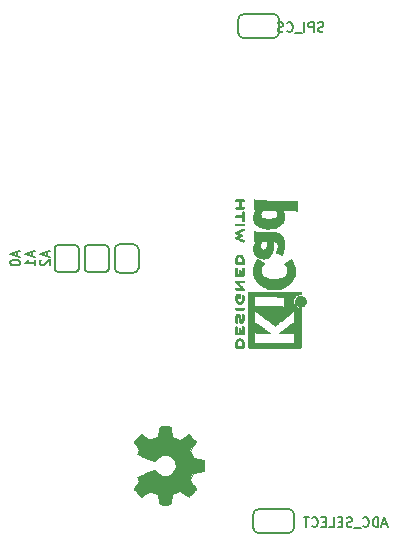
<source format=gbo>
G04 #@! TF.FileFunction,Legend,Bot*
%FSLAX46Y46*%
G04 Gerber Fmt 4.6, Leading zero omitted, Abs format (unit mm)*
G04 Created by KiCad (PCBNEW 4.0.7) date 04/09/18 16:23:24*
%MOMM*%
%LPD*%
G01*
G04 APERTURE LIST*
%ADD10C,0.100000*%
%ADD11C,0.152400*%
%ADD12C,0.010000*%
G04 APERTURE END LIST*
D10*
D11*
X127508000Y-119888000D02*
X127508000Y-121412000D01*
X127965200Y-119430800D02*
X129082800Y-119430800D01*
X127965200Y-121869200D02*
X129082800Y-121869200D01*
X129540000Y-121412000D02*
X129540000Y-119888000D01*
X129082800Y-119430800D02*
G75*
G02X129540000Y-119888000I0J-457200D01*
G01*
X129540000Y-121412000D02*
G75*
G02X129082800Y-121869200I-457200J0D01*
G01*
X127965200Y-121869200D02*
G75*
G02X127508000Y-121412000I0J457200D01*
G01*
X127508000Y-119888000D02*
G75*
G02X127965200Y-119430800I457200J0D01*
G01*
X124968000Y-119786400D02*
X124968000Y-121513600D01*
X125222000Y-119532400D02*
X126746000Y-119532400D01*
X125222000Y-121767600D02*
X126746000Y-121767600D01*
X127000000Y-121513600D02*
X127000000Y-119786400D01*
X126746000Y-119532400D02*
G75*
G02X127000000Y-119786400I0J-254000D01*
G01*
X127000000Y-121513600D02*
G75*
G02X126746000Y-121767600I-254000J0D01*
G01*
X125222000Y-121767600D02*
G75*
G02X124968000Y-121513600I0J254000D01*
G01*
X124968000Y-119786400D02*
G75*
G02X125222000Y-119532400I254000J0D01*
G01*
X122428000Y-119786400D02*
X122428000Y-121513600D01*
X122682000Y-119532400D02*
X124206000Y-119532400D01*
X122682000Y-121767600D02*
X124206000Y-121767600D01*
X124460000Y-121513600D02*
X124460000Y-119786400D01*
X124206000Y-119532400D02*
G75*
G02X124460000Y-119786400I0J-254000D01*
G01*
X124460000Y-121513600D02*
G75*
G02X124206000Y-121767600I-254000J0D01*
G01*
X122682000Y-121767600D02*
G75*
G02X122428000Y-121513600I0J254000D01*
G01*
X122428000Y-119786400D02*
G75*
G02X122682000Y-119532400I254000J0D01*
G01*
X140970000Y-99949000D02*
X138430000Y-99949000D01*
X141427200Y-100406200D02*
X141427200Y-101523800D01*
X137972800Y-100406200D02*
X137972800Y-101523800D01*
X138430000Y-101981000D02*
X140970000Y-101981000D01*
X141427200Y-101523800D02*
G75*
G02X140970000Y-101981000I-457200J0D01*
G01*
X138430000Y-101981000D02*
G75*
G02X137972800Y-101523800I0J457200D01*
G01*
X137972800Y-100406200D02*
G75*
G02X138430000Y-99949000I457200J0D01*
G01*
X140970000Y-99949000D02*
G75*
G02X141427200Y-100406200I0J-457200D01*
G01*
X139700000Y-143891000D02*
X142240000Y-143891000D01*
X139242800Y-143433800D02*
X139242800Y-142316200D01*
X142697200Y-143433800D02*
X142697200Y-142316200D01*
X142240000Y-141859000D02*
X139700000Y-141859000D01*
X139242800Y-142316200D02*
G75*
G02X139700000Y-141859000I457200J0D01*
G01*
X142240000Y-141859000D02*
G75*
G02X142697200Y-142316200I0J-457200D01*
G01*
X142697200Y-143433800D02*
G75*
G02X142240000Y-143891000I-457200J0D01*
G01*
X139700000Y-143891000D02*
G75*
G02X139242800Y-143433800I0J457200D01*
G01*
D12*
G36*
X134611069Y-137620186D02*
X134166445Y-137536365D01*
X134038947Y-137227080D01*
X133911449Y-136917794D01*
X134163754Y-136546754D01*
X134234004Y-136442843D01*
X134296728Y-136348913D01*
X134349062Y-136269348D01*
X134388143Y-136208530D01*
X134411107Y-136170843D01*
X134416058Y-136160579D01*
X134403324Y-136142090D01*
X134368118Y-136102580D01*
X134314938Y-136046478D01*
X134248282Y-135978213D01*
X134172646Y-135902214D01*
X134092528Y-135822908D01*
X134012426Y-135744725D01*
X133936836Y-135672093D01*
X133870255Y-135609441D01*
X133817182Y-135561197D01*
X133782113Y-135531790D01*
X133770377Y-135524759D01*
X133748740Y-135534877D01*
X133701338Y-135563241D01*
X133632807Y-135606871D01*
X133547785Y-135662782D01*
X133450907Y-135727994D01*
X133395650Y-135765781D01*
X133294752Y-135834657D01*
X133203701Y-135895860D01*
X133127030Y-135946422D01*
X133069272Y-135983372D01*
X133034957Y-136003742D01*
X133027746Y-136006803D01*
X133007252Y-135999864D01*
X132959487Y-135980949D01*
X132891168Y-135952913D01*
X132809011Y-135918609D01*
X132719730Y-135880891D01*
X132630042Y-135842613D01*
X132546662Y-135806630D01*
X132476306Y-135775794D01*
X132425690Y-135752961D01*
X132401529Y-135740983D01*
X132400578Y-135740276D01*
X132395964Y-135721469D01*
X132385672Y-135671382D01*
X132370713Y-135595207D01*
X132352099Y-135498135D01*
X132330841Y-135385357D01*
X132318582Y-135319558D01*
X132295638Y-135199050D01*
X132273805Y-135090203D01*
X132254278Y-134998524D01*
X132238252Y-134929519D01*
X132226921Y-134888696D01*
X132223326Y-134880489D01*
X132198994Y-134872452D01*
X132144041Y-134865967D01*
X132064892Y-134861030D01*
X131967974Y-134857636D01*
X131859713Y-134855782D01*
X131746535Y-134855462D01*
X131634865Y-134856673D01*
X131531132Y-134859410D01*
X131441759Y-134863669D01*
X131373174Y-134869445D01*
X131331803Y-134876733D01*
X131323190Y-134881105D01*
X131312867Y-134907236D01*
X131298108Y-134962607D01*
X131280648Y-135039893D01*
X131262220Y-135131770D01*
X131256259Y-135163842D01*
X131227934Y-135318476D01*
X131205124Y-135440625D01*
X131186920Y-135534327D01*
X131172417Y-135603616D01*
X131160708Y-135652529D01*
X131150885Y-135685103D01*
X131142044Y-135705372D01*
X131133276Y-135717374D01*
X131131543Y-135719053D01*
X131103629Y-135735816D01*
X131049305Y-135761386D01*
X130975223Y-135793212D01*
X130888035Y-135828740D01*
X130794392Y-135865417D01*
X130700948Y-135900689D01*
X130614353Y-135932004D01*
X130541260Y-135956807D01*
X130488322Y-135972546D01*
X130462189Y-135976668D01*
X130461274Y-135976324D01*
X130439914Y-135962359D01*
X130392916Y-135930678D01*
X130325173Y-135884609D01*
X130241577Y-135827482D01*
X130147018Y-135762627D01*
X130120146Y-135744157D01*
X130022725Y-135678301D01*
X129933837Y-135620350D01*
X129858588Y-135573462D01*
X129802080Y-135540793D01*
X129769419Y-135525500D01*
X129765407Y-135524759D01*
X129744316Y-135537608D01*
X129702536Y-135573112D01*
X129644555Y-135626707D01*
X129574865Y-135693829D01*
X129497955Y-135769913D01*
X129418317Y-135850396D01*
X129340439Y-135930713D01*
X129268814Y-136006301D01*
X129207930Y-136072595D01*
X129162279Y-136125031D01*
X129136350Y-136159045D01*
X129132117Y-136168455D01*
X129142088Y-136190357D01*
X129168980Y-136235200D01*
X129208264Y-136295679D01*
X129239883Y-136342211D01*
X129297902Y-136426525D01*
X129366216Y-136526374D01*
X129434421Y-136626527D01*
X129470925Y-136680373D01*
X129594200Y-136862629D01*
X129511480Y-137015619D01*
X129475241Y-137085318D01*
X129447074Y-137144586D01*
X129431009Y-137184689D01*
X129428774Y-137194897D01*
X129445278Y-137207171D01*
X129491918Y-137231387D01*
X129564391Y-137265737D01*
X129658394Y-137308412D01*
X129769626Y-137357606D01*
X129893785Y-137411510D01*
X130026568Y-137468316D01*
X130163673Y-137526218D01*
X130300798Y-137583407D01*
X130433642Y-137638076D01*
X130557902Y-137688416D01*
X130669275Y-137732620D01*
X130763461Y-137768881D01*
X130836156Y-137795391D01*
X130883059Y-137810342D01*
X130899167Y-137812746D01*
X130919714Y-137793689D01*
X130953067Y-137751964D01*
X130992298Y-137696294D01*
X130995401Y-137691622D01*
X131110577Y-137547736D01*
X131244947Y-137431717D01*
X131394216Y-137344570D01*
X131554087Y-137287301D01*
X131720263Y-137260914D01*
X131888448Y-137266415D01*
X132054345Y-137304810D01*
X132213658Y-137377105D01*
X132248513Y-137398374D01*
X132389263Y-137509004D01*
X132502286Y-137639698D01*
X132586997Y-137785936D01*
X132642806Y-137943192D01*
X132669126Y-138106943D01*
X132665370Y-138272667D01*
X132630950Y-138435838D01*
X132565277Y-138591935D01*
X132467765Y-138736433D01*
X132428187Y-138781131D01*
X132304297Y-138894888D01*
X132173876Y-138977782D01*
X132027685Y-139034644D01*
X131882912Y-139066313D01*
X131720140Y-139074131D01*
X131556560Y-139048062D01*
X131397702Y-138990755D01*
X131249094Y-138904856D01*
X131116265Y-138793014D01*
X131004744Y-138657877D01*
X130992989Y-138640117D01*
X130954492Y-138583850D01*
X130921137Y-138541077D01*
X130899840Y-138520628D01*
X130899167Y-138520331D01*
X130876129Y-138524721D01*
X130823843Y-138542124D01*
X130746610Y-138570732D01*
X130648732Y-138608735D01*
X130534509Y-138654326D01*
X130408242Y-138705697D01*
X130274233Y-138761038D01*
X130136782Y-138818542D01*
X130000192Y-138876399D01*
X129868763Y-138932802D01*
X129746795Y-138985942D01*
X129638591Y-139034010D01*
X129548451Y-139075199D01*
X129480677Y-139107699D01*
X129439570Y-139129703D01*
X129428774Y-139138564D01*
X129437181Y-139165640D01*
X129459728Y-139216303D01*
X129492387Y-139281817D01*
X129511480Y-139317841D01*
X129594200Y-139470832D01*
X129470925Y-139653088D01*
X129407772Y-139746125D01*
X129338273Y-139847985D01*
X129272835Y-139943438D01*
X129239883Y-139991250D01*
X129194727Y-140058495D01*
X129158943Y-140115436D01*
X129137062Y-140154646D01*
X129132437Y-140167381D01*
X129144915Y-140185917D01*
X129179748Y-140226941D01*
X129233322Y-140286475D01*
X129302017Y-140360542D01*
X129382219Y-140445165D01*
X129433714Y-140498685D01*
X129525714Y-140592319D01*
X129608001Y-140673241D01*
X129677055Y-140738177D01*
X129729356Y-140783858D01*
X129761384Y-140807011D01*
X129767884Y-140809232D01*
X129792606Y-140798924D01*
X129842595Y-140770439D01*
X129912788Y-140726937D01*
X129998125Y-140671577D01*
X130093544Y-140607520D01*
X130120146Y-140589303D01*
X130216833Y-140522927D01*
X130303883Y-140463378D01*
X130376405Y-140413984D01*
X130429507Y-140378075D01*
X130458297Y-140358981D01*
X130461274Y-140357136D01*
X130484218Y-140359895D01*
X130534664Y-140374538D01*
X130605959Y-140398513D01*
X130691453Y-140429266D01*
X130784493Y-140464244D01*
X130878426Y-140500893D01*
X130966601Y-140536661D01*
X131042366Y-140568994D01*
X131099069Y-140595338D01*
X131130057Y-140613142D01*
X131131543Y-140614407D01*
X131140399Y-140625294D01*
X131149157Y-140643682D01*
X131158723Y-140673606D01*
X131170004Y-140719103D01*
X131183907Y-140784209D01*
X131201337Y-140872961D01*
X131223202Y-140989393D01*
X131250409Y-141137542D01*
X131256259Y-141169618D01*
X131274626Y-141264686D01*
X131292595Y-141347565D01*
X131308431Y-141410930D01*
X131320400Y-141447458D01*
X131323190Y-141452356D01*
X131347928Y-141460427D01*
X131403210Y-141466987D01*
X131482611Y-141472033D01*
X131579704Y-141475559D01*
X131688062Y-141477561D01*
X131801260Y-141478036D01*
X131912872Y-141476977D01*
X132016471Y-141474382D01*
X132105632Y-141470246D01*
X132173928Y-141464563D01*
X132214934Y-141457331D01*
X132223326Y-141452971D01*
X132231792Y-141428698D01*
X132245565Y-141373426D01*
X132263450Y-141292662D01*
X132284252Y-141191912D01*
X132306777Y-141076683D01*
X132318582Y-141013902D01*
X132340849Y-140894787D01*
X132361021Y-140788565D01*
X132378085Y-140700427D01*
X132391031Y-140635566D01*
X132398845Y-140599174D01*
X132400578Y-140593184D01*
X132420110Y-140583061D01*
X132467157Y-140561662D01*
X132534997Y-140531839D01*
X132616909Y-140496445D01*
X132706172Y-140458332D01*
X132796065Y-140420353D01*
X132879865Y-140385360D01*
X132950853Y-140356206D01*
X133002306Y-140335743D01*
X133027503Y-140326823D01*
X133028604Y-140326657D01*
X133048481Y-140336769D01*
X133094223Y-140365117D01*
X133161283Y-140408723D01*
X133245116Y-140464606D01*
X133341174Y-140529787D01*
X133396350Y-140567679D01*
X133497519Y-140636725D01*
X133589370Y-140698050D01*
X133667256Y-140748663D01*
X133726531Y-140785571D01*
X133762549Y-140805782D01*
X133770623Y-140808701D01*
X133789416Y-140796153D01*
X133829543Y-140761463D01*
X133886507Y-140709063D01*
X133955815Y-140643384D01*
X134032969Y-140568856D01*
X134113475Y-140489913D01*
X134192837Y-140410983D01*
X134266560Y-140336500D01*
X134330148Y-140270894D01*
X134379106Y-140218596D01*
X134408939Y-140184039D01*
X134416058Y-140172478D01*
X134406047Y-140153654D01*
X134377922Y-140108631D01*
X134334546Y-140041787D01*
X134278782Y-139957499D01*
X134213494Y-139860144D01*
X134163754Y-139786707D01*
X133911449Y-139415667D01*
X134166445Y-138797095D01*
X134611069Y-138713275D01*
X135055693Y-138629454D01*
X135055693Y-137704006D01*
X134611069Y-137620186D01*
X134611069Y-137620186D01*
G37*
X134611069Y-137620186D02*
X134166445Y-137536365D01*
X134038947Y-137227080D01*
X133911449Y-136917794D01*
X134163754Y-136546754D01*
X134234004Y-136442843D01*
X134296728Y-136348913D01*
X134349062Y-136269348D01*
X134388143Y-136208530D01*
X134411107Y-136170843D01*
X134416058Y-136160579D01*
X134403324Y-136142090D01*
X134368118Y-136102580D01*
X134314938Y-136046478D01*
X134248282Y-135978213D01*
X134172646Y-135902214D01*
X134092528Y-135822908D01*
X134012426Y-135744725D01*
X133936836Y-135672093D01*
X133870255Y-135609441D01*
X133817182Y-135561197D01*
X133782113Y-135531790D01*
X133770377Y-135524759D01*
X133748740Y-135534877D01*
X133701338Y-135563241D01*
X133632807Y-135606871D01*
X133547785Y-135662782D01*
X133450907Y-135727994D01*
X133395650Y-135765781D01*
X133294752Y-135834657D01*
X133203701Y-135895860D01*
X133127030Y-135946422D01*
X133069272Y-135983372D01*
X133034957Y-136003742D01*
X133027746Y-136006803D01*
X133007252Y-135999864D01*
X132959487Y-135980949D01*
X132891168Y-135952913D01*
X132809011Y-135918609D01*
X132719730Y-135880891D01*
X132630042Y-135842613D01*
X132546662Y-135806630D01*
X132476306Y-135775794D01*
X132425690Y-135752961D01*
X132401529Y-135740983D01*
X132400578Y-135740276D01*
X132395964Y-135721469D01*
X132385672Y-135671382D01*
X132370713Y-135595207D01*
X132352099Y-135498135D01*
X132330841Y-135385357D01*
X132318582Y-135319558D01*
X132295638Y-135199050D01*
X132273805Y-135090203D01*
X132254278Y-134998524D01*
X132238252Y-134929519D01*
X132226921Y-134888696D01*
X132223326Y-134880489D01*
X132198994Y-134872452D01*
X132144041Y-134865967D01*
X132064892Y-134861030D01*
X131967974Y-134857636D01*
X131859713Y-134855782D01*
X131746535Y-134855462D01*
X131634865Y-134856673D01*
X131531132Y-134859410D01*
X131441759Y-134863669D01*
X131373174Y-134869445D01*
X131331803Y-134876733D01*
X131323190Y-134881105D01*
X131312867Y-134907236D01*
X131298108Y-134962607D01*
X131280648Y-135039893D01*
X131262220Y-135131770D01*
X131256259Y-135163842D01*
X131227934Y-135318476D01*
X131205124Y-135440625D01*
X131186920Y-135534327D01*
X131172417Y-135603616D01*
X131160708Y-135652529D01*
X131150885Y-135685103D01*
X131142044Y-135705372D01*
X131133276Y-135717374D01*
X131131543Y-135719053D01*
X131103629Y-135735816D01*
X131049305Y-135761386D01*
X130975223Y-135793212D01*
X130888035Y-135828740D01*
X130794392Y-135865417D01*
X130700948Y-135900689D01*
X130614353Y-135932004D01*
X130541260Y-135956807D01*
X130488322Y-135972546D01*
X130462189Y-135976668D01*
X130461274Y-135976324D01*
X130439914Y-135962359D01*
X130392916Y-135930678D01*
X130325173Y-135884609D01*
X130241577Y-135827482D01*
X130147018Y-135762627D01*
X130120146Y-135744157D01*
X130022725Y-135678301D01*
X129933837Y-135620350D01*
X129858588Y-135573462D01*
X129802080Y-135540793D01*
X129769419Y-135525500D01*
X129765407Y-135524759D01*
X129744316Y-135537608D01*
X129702536Y-135573112D01*
X129644555Y-135626707D01*
X129574865Y-135693829D01*
X129497955Y-135769913D01*
X129418317Y-135850396D01*
X129340439Y-135930713D01*
X129268814Y-136006301D01*
X129207930Y-136072595D01*
X129162279Y-136125031D01*
X129136350Y-136159045D01*
X129132117Y-136168455D01*
X129142088Y-136190357D01*
X129168980Y-136235200D01*
X129208264Y-136295679D01*
X129239883Y-136342211D01*
X129297902Y-136426525D01*
X129366216Y-136526374D01*
X129434421Y-136626527D01*
X129470925Y-136680373D01*
X129594200Y-136862629D01*
X129511480Y-137015619D01*
X129475241Y-137085318D01*
X129447074Y-137144586D01*
X129431009Y-137184689D01*
X129428774Y-137194897D01*
X129445278Y-137207171D01*
X129491918Y-137231387D01*
X129564391Y-137265737D01*
X129658394Y-137308412D01*
X129769626Y-137357606D01*
X129893785Y-137411510D01*
X130026568Y-137468316D01*
X130163673Y-137526218D01*
X130300798Y-137583407D01*
X130433642Y-137638076D01*
X130557902Y-137688416D01*
X130669275Y-137732620D01*
X130763461Y-137768881D01*
X130836156Y-137795391D01*
X130883059Y-137810342D01*
X130899167Y-137812746D01*
X130919714Y-137793689D01*
X130953067Y-137751964D01*
X130992298Y-137696294D01*
X130995401Y-137691622D01*
X131110577Y-137547736D01*
X131244947Y-137431717D01*
X131394216Y-137344570D01*
X131554087Y-137287301D01*
X131720263Y-137260914D01*
X131888448Y-137266415D01*
X132054345Y-137304810D01*
X132213658Y-137377105D01*
X132248513Y-137398374D01*
X132389263Y-137509004D01*
X132502286Y-137639698D01*
X132586997Y-137785936D01*
X132642806Y-137943192D01*
X132669126Y-138106943D01*
X132665370Y-138272667D01*
X132630950Y-138435838D01*
X132565277Y-138591935D01*
X132467765Y-138736433D01*
X132428187Y-138781131D01*
X132304297Y-138894888D01*
X132173876Y-138977782D01*
X132027685Y-139034644D01*
X131882912Y-139066313D01*
X131720140Y-139074131D01*
X131556560Y-139048062D01*
X131397702Y-138990755D01*
X131249094Y-138904856D01*
X131116265Y-138793014D01*
X131004744Y-138657877D01*
X130992989Y-138640117D01*
X130954492Y-138583850D01*
X130921137Y-138541077D01*
X130899840Y-138520628D01*
X130899167Y-138520331D01*
X130876129Y-138524721D01*
X130823843Y-138542124D01*
X130746610Y-138570732D01*
X130648732Y-138608735D01*
X130534509Y-138654326D01*
X130408242Y-138705697D01*
X130274233Y-138761038D01*
X130136782Y-138818542D01*
X130000192Y-138876399D01*
X129868763Y-138932802D01*
X129746795Y-138985942D01*
X129638591Y-139034010D01*
X129548451Y-139075199D01*
X129480677Y-139107699D01*
X129439570Y-139129703D01*
X129428774Y-139138564D01*
X129437181Y-139165640D01*
X129459728Y-139216303D01*
X129492387Y-139281817D01*
X129511480Y-139317841D01*
X129594200Y-139470832D01*
X129470925Y-139653088D01*
X129407772Y-139746125D01*
X129338273Y-139847985D01*
X129272835Y-139943438D01*
X129239883Y-139991250D01*
X129194727Y-140058495D01*
X129158943Y-140115436D01*
X129137062Y-140154646D01*
X129132437Y-140167381D01*
X129144915Y-140185917D01*
X129179748Y-140226941D01*
X129233322Y-140286475D01*
X129302017Y-140360542D01*
X129382219Y-140445165D01*
X129433714Y-140498685D01*
X129525714Y-140592319D01*
X129608001Y-140673241D01*
X129677055Y-140738177D01*
X129729356Y-140783858D01*
X129761384Y-140807011D01*
X129767884Y-140809232D01*
X129792606Y-140798924D01*
X129842595Y-140770439D01*
X129912788Y-140726937D01*
X129998125Y-140671577D01*
X130093544Y-140607520D01*
X130120146Y-140589303D01*
X130216833Y-140522927D01*
X130303883Y-140463378D01*
X130376405Y-140413984D01*
X130429507Y-140378075D01*
X130458297Y-140358981D01*
X130461274Y-140357136D01*
X130484218Y-140359895D01*
X130534664Y-140374538D01*
X130605959Y-140398513D01*
X130691453Y-140429266D01*
X130784493Y-140464244D01*
X130878426Y-140500893D01*
X130966601Y-140536661D01*
X131042366Y-140568994D01*
X131099069Y-140595338D01*
X131130057Y-140613142D01*
X131131543Y-140614407D01*
X131140399Y-140625294D01*
X131149157Y-140643682D01*
X131158723Y-140673606D01*
X131170004Y-140719103D01*
X131183907Y-140784209D01*
X131201337Y-140872961D01*
X131223202Y-140989393D01*
X131250409Y-141137542D01*
X131256259Y-141169618D01*
X131274626Y-141264686D01*
X131292595Y-141347565D01*
X131308431Y-141410930D01*
X131320400Y-141447458D01*
X131323190Y-141452356D01*
X131347928Y-141460427D01*
X131403210Y-141466987D01*
X131482611Y-141472033D01*
X131579704Y-141475559D01*
X131688062Y-141477561D01*
X131801260Y-141478036D01*
X131912872Y-141476977D01*
X132016471Y-141474382D01*
X132105632Y-141470246D01*
X132173928Y-141464563D01*
X132214934Y-141457331D01*
X132223326Y-141452971D01*
X132231792Y-141428698D01*
X132245565Y-141373426D01*
X132263450Y-141292662D01*
X132284252Y-141191912D01*
X132306777Y-141076683D01*
X132318582Y-141013902D01*
X132340849Y-140894787D01*
X132361021Y-140788565D01*
X132378085Y-140700427D01*
X132391031Y-140635566D01*
X132398845Y-140599174D01*
X132400578Y-140593184D01*
X132420110Y-140583061D01*
X132467157Y-140561662D01*
X132534997Y-140531839D01*
X132616909Y-140496445D01*
X132706172Y-140458332D01*
X132796065Y-140420353D01*
X132879865Y-140385360D01*
X132950853Y-140356206D01*
X133002306Y-140335743D01*
X133027503Y-140326823D01*
X133028604Y-140326657D01*
X133048481Y-140336769D01*
X133094223Y-140365117D01*
X133161283Y-140408723D01*
X133245116Y-140464606D01*
X133341174Y-140529787D01*
X133396350Y-140567679D01*
X133497519Y-140636725D01*
X133589370Y-140698050D01*
X133667256Y-140748663D01*
X133726531Y-140785571D01*
X133762549Y-140805782D01*
X133770623Y-140808701D01*
X133789416Y-140796153D01*
X133829543Y-140761463D01*
X133886507Y-140709063D01*
X133955815Y-140643384D01*
X134032969Y-140568856D01*
X134113475Y-140489913D01*
X134192837Y-140410983D01*
X134266560Y-140336500D01*
X134330148Y-140270894D01*
X134379106Y-140218596D01*
X134408939Y-140184039D01*
X134416058Y-140172478D01*
X134406047Y-140153654D01*
X134377922Y-140108631D01*
X134334546Y-140041787D01*
X134278782Y-139957499D01*
X134213494Y-139860144D01*
X134163754Y-139786707D01*
X133911449Y-139415667D01*
X134166445Y-138797095D01*
X134611069Y-138713275D01*
X135055693Y-138629454D01*
X135055693Y-137704006D01*
X134611069Y-137620186D01*
G36*
X138446934Y-128041371D02*
X138446533Y-128001889D01*
X138443741Y-127886200D01*
X138435450Y-127789311D01*
X138420768Y-127707919D01*
X138398807Y-127638723D01*
X138368678Y-127578420D01*
X138329490Y-127523708D01*
X138312468Y-127504167D01*
X138272637Y-127471750D01*
X138218587Y-127442520D01*
X138158677Y-127419991D01*
X138101261Y-127407679D01*
X138080044Y-127406400D01*
X138021231Y-127414417D01*
X137956987Y-127435899D01*
X137896179Y-127466999D01*
X137847670Y-127503866D01*
X137841818Y-127509854D01*
X137800679Y-127560579D01*
X137768565Y-127616125D01*
X137744635Y-127679696D01*
X137728047Y-127754494D01*
X137717959Y-127843722D01*
X137713531Y-127950582D01*
X137713155Y-127999528D01*
X137713455Y-128061762D01*
X137714708Y-128105528D01*
X137717446Y-128134931D01*
X137722199Y-128154079D01*
X137729499Y-128167077D01*
X137735733Y-128174045D01*
X137743306Y-128180626D01*
X137753076Y-128185788D01*
X137767660Y-128189703D01*
X137789674Y-128192543D01*
X137821736Y-128194480D01*
X137866464Y-128195684D01*
X137926474Y-128196328D01*
X138004383Y-128196583D01*
X138080044Y-128196622D01*
X138180959Y-128196870D01*
X138261573Y-128196817D01*
X138300178Y-128195857D01*
X138300178Y-128049867D01*
X137859911Y-128049867D01*
X137859996Y-127956734D01*
X137861604Y-127900693D01*
X137865744Y-127841999D01*
X137871536Y-127793028D01*
X137871774Y-127791538D01*
X137890910Y-127712392D01*
X137920713Y-127651002D01*
X137963122Y-127604305D01*
X138009039Y-127574635D01*
X138059974Y-127556353D01*
X138107800Y-127557771D01*
X138159067Y-127578988D01*
X138212101Y-127620489D01*
X138251400Y-127677998D01*
X138277669Y-127752750D01*
X138286965Y-127802708D01*
X138293493Y-127859416D01*
X138298218Y-127919519D01*
X138300183Y-127970639D01*
X138300192Y-127973667D01*
X138300178Y-128049867D01*
X138300178Y-128195857D01*
X138324149Y-128195260D01*
X138370945Y-128190998D01*
X138404222Y-128182830D01*
X138426241Y-128169556D01*
X138439261Y-128149974D01*
X138445543Y-128122883D01*
X138447347Y-128087082D01*
X138446934Y-128041371D01*
X138446934Y-128041371D01*
G37*
X138446934Y-128041371D02*
X138446533Y-128001889D01*
X138443741Y-127886200D01*
X138435450Y-127789311D01*
X138420768Y-127707919D01*
X138398807Y-127638723D01*
X138368678Y-127578420D01*
X138329490Y-127523708D01*
X138312468Y-127504167D01*
X138272637Y-127471750D01*
X138218587Y-127442520D01*
X138158677Y-127419991D01*
X138101261Y-127407679D01*
X138080044Y-127406400D01*
X138021231Y-127414417D01*
X137956987Y-127435899D01*
X137896179Y-127466999D01*
X137847670Y-127503866D01*
X137841818Y-127509854D01*
X137800679Y-127560579D01*
X137768565Y-127616125D01*
X137744635Y-127679696D01*
X137728047Y-127754494D01*
X137717959Y-127843722D01*
X137713531Y-127950582D01*
X137713155Y-127999528D01*
X137713455Y-128061762D01*
X137714708Y-128105528D01*
X137717446Y-128134931D01*
X137722199Y-128154079D01*
X137729499Y-128167077D01*
X137735733Y-128174045D01*
X137743306Y-128180626D01*
X137753076Y-128185788D01*
X137767660Y-128189703D01*
X137789674Y-128192543D01*
X137821736Y-128194480D01*
X137866464Y-128195684D01*
X137926474Y-128196328D01*
X138004383Y-128196583D01*
X138080044Y-128196622D01*
X138180959Y-128196870D01*
X138261573Y-128196817D01*
X138300178Y-128195857D01*
X138300178Y-128049867D01*
X137859911Y-128049867D01*
X137859996Y-127956734D01*
X137861604Y-127900693D01*
X137865744Y-127841999D01*
X137871536Y-127793028D01*
X137871774Y-127791538D01*
X137890910Y-127712392D01*
X137920713Y-127651002D01*
X137963122Y-127604305D01*
X138009039Y-127574635D01*
X138059974Y-127556353D01*
X138107800Y-127557771D01*
X138159067Y-127578988D01*
X138212101Y-127620489D01*
X138251400Y-127677998D01*
X138277669Y-127752750D01*
X138286965Y-127802708D01*
X138293493Y-127859416D01*
X138298218Y-127919519D01*
X138300183Y-127970639D01*
X138300192Y-127973667D01*
X138300178Y-128049867D01*
X138300178Y-128195857D01*
X138324149Y-128195260D01*
X138370945Y-128190998D01*
X138404222Y-128182830D01*
X138426241Y-128169556D01*
X138439261Y-128149974D01*
X138445543Y-128122883D01*
X138447347Y-128087082D01*
X138446934Y-128041371D01*
G36*
X138446854Y-126632794D02*
X138446482Y-126563386D01*
X138445615Y-126510997D01*
X138444054Y-126472847D01*
X138441597Y-126446159D01*
X138438043Y-126428153D01*
X138433190Y-126416049D01*
X138426839Y-126407069D01*
X138423916Y-126403818D01*
X138392858Y-126384043D01*
X138357172Y-126380482D01*
X138325490Y-126393491D01*
X138319087Y-126399506D01*
X138312879Y-126409235D01*
X138308090Y-126424901D01*
X138304486Y-126449408D01*
X138301836Y-126485661D01*
X138299905Y-126536565D01*
X138298461Y-126605026D01*
X138297582Y-126667617D01*
X138294533Y-126915334D01*
X138229622Y-126918719D01*
X138164711Y-126922105D01*
X138164711Y-126753958D01*
X138164081Y-126680959D01*
X138161447Y-126627517D01*
X138155691Y-126590628D01*
X138145696Y-126567288D01*
X138130344Y-126554494D01*
X138108518Y-126549242D01*
X138088262Y-126548445D01*
X138063408Y-126550923D01*
X138045094Y-126560277D01*
X138032363Y-126579383D01*
X138024259Y-126611118D01*
X138019824Y-126658359D01*
X138018101Y-126723983D01*
X138017955Y-126759801D01*
X138017955Y-126920978D01*
X137859911Y-126920978D01*
X137859911Y-126672622D01*
X137859798Y-126591213D01*
X137859288Y-126529342D01*
X137858130Y-126483968D01*
X137856070Y-126452054D01*
X137852854Y-126430559D01*
X137848228Y-126416443D01*
X137841941Y-126406668D01*
X137837333Y-126401689D01*
X137810440Y-126384610D01*
X137786533Y-126379111D01*
X137757333Y-126386963D01*
X137735733Y-126401689D01*
X137728934Y-126409546D01*
X137723654Y-126419688D01*
X137719702Y-126434844D01*
X137716887Y-126457741D01*
X137715018Y-126491109D01*
X137713902Y-126537675D01*
X137713349Y-126600167D01*
X137713167Y-126681314D01*
X137713155Y-126723422D01*
X137713235Y-126813598D01*
X137713602Y-126883924D01*
X137714448Y-126937129D01*
X137715964Y-126975940D01*
X137718341Y-127003087D01*
X137721771Y-127021298D01*
X137726446Y-127033300D01*
X137732556Y-127041822D01*
X137735733Y-127045156D01*
X137743330Y-127051755D01*
X137753130Y-127056927D01*
X137767761Y-127060846D01*
X137789848Y-127063684D01*
X137822018Y-127065615D01*
X137866897Y-127066812D01*
X137927111Y-127067448D01*
X138005287Y-127067697D01*
X138078077Y-127067734D01*
X138171293Y-127067700D01*
X138244569Y-127067465D01*
X138300542Y-127066830D01*
X138341849Y-127065594D01*
X138371128Y-127063556D01*
X138391016Y-127060517D01*
X138404150Y-127056277D01*
X138413168Y-127050635D01*
X138420707Y-127043391D01*
X138422388Y-127041606D01*
X138429828Y-127032945D01*
X138435591Y-127022882D01*
X138439888Y-127008625D01*
X138442936Y-126987383D01*
X138444949Y-126956364D01*
X138446140Y-126912777D01*
X138446725Y-126853831D01*
X138446917Y-126776734D01*
X138446933Y-126722001D01*
X138446854Y-126632794D01*
X138446854Y-126632794D01*
G37*
X138446854Y-126632794D02*
X138446482Y-126563386D01*
X138445615Y-126510997D01*
X138444054Y-126472847D01*
X138441597Y-126446159D01*
X138438043Y-126428153D01*
X138433190Y-126416049D01*
X138426839Y-126407069D01*
X138423916Y-126403818D01*
X138392858Y-126384043D01*
X138357172Y-126380482D01*
X138325490Y-126393491D01*
X138319087Y-126399506D01*
X138312879Y-126409235D01*
X138308090Y-126424901D01*
X138304486Y-126449408D01*
X138301836Y-126485661D01*
X138299905Y-126536565D01*
X138298461Y-126605026D01*
X138297582Y-126667617D01*
X138294533Y-126915334D01*
X138229622Y-126918719D01*
X138164711Y-126922105D01*
X138164711Y-126753958D01*
X138164081Y-126680959D01*
X138161447Y-126627517D01*
X138155691Y-126590628D01*
X138145696Y-126567288D01*
X138130344Y-126554494D01*
X138108518Y-126549242D01*
X138088262Y-126548445D01*
X138063408Y-126550923D01*
X138045094Y-126560277D01*
X138032363Y-126579383D01*
X138024259Y-126611118D01*
X138019824Y-126658359D01*
X138018101Y-126723983D01*
X138017955Y-126759801D01*
X138017955Y-126920978D01*
X137859911Y-126920978D01*
X137859911Y-126672622D01*
X137859798Y-126591213D01*
X137859288Y-126529342D01*
X137858130Y-126483968D01*
X137856070Y-126452054D01*
X137852854Y-126430559D01*
X137848228Y-126416443D01*
X137841941Y-126406668D01*
X137837333Y-126401689D01*
X137810440Y-126384610D01*
X137786533Y-126379111D01*
X137757333Y-126386963D01*
X137735733Y-126401689D01*
X137728934Y-126409546D01*
X137723654Y-126419688D01*
X137719702Y-126434844D01*
X137716887Y-126457741D01*
X137715018Y-126491109D01*
X137713902Y-126537675D01*
X137713349Y-126600167D01*
X137713167Y-126681314D01*
X137713155Y-126723422D01*
X137713235Y-126813598D01*
X137713602Y-126883924D01*
X137714448Y-126937129D01*
X137715964Y-126975940D01*
X137718341Y-127003087D01*
X137721771Y-127021298D01*
X137726446Y-127033300D01*
X137732556Y-127041822D01*
X137735733Y-127045156D01*
X137743330Y-127051755D01*
X137753130Y-127056927D01*
X137767761Y-127060846D01*
X137789848Y-127063684D01*
X137822018Y-127065615D01*
X137866897Y-127066812D01*
X137927111Y-127067448D01*
X138005287Y-127067697D01*
X138078077Y-127067734D01*
X138171293Y-127067700D01*
X138244569Y-127067465D01*
X138300542Y-127066830D01*
X138341849Y-127065594D01*
X138371128Y-127063556D01*
X138391016Y-127060517D01*
X138404150Y-127056277D01*
X138413168Y-127050635D01*
X138420707Y-127043391D01*
X138422388Y-127041606D01*
X138429828Y-127032945D01*
X138435591Y-127022882D01*
X138439888Y-127008625D01*
X138442936Y-126987383D01*
X138444949Y-126956364D01*
X138446140Y-126912777D01*
X138446725Y-126853831D01*
X138446917Y-126776734D01*
X138446933Y-126722001D01*
X138446854Y-126632794D01*
G36*
X138445649Y-125611703D02*
X138440419Y-125536888D01*
X138432250Y-125467306D01*
X138421450Y-125407002D01*
X138408327Y-125360020D01*
X138393187Y-125330406D01*
X138388731Y-125325860D01*
X138354150Y-125310054D01*
X138318649Y-125314847D01*
X138288275Y-125339364D01*
X138287404Y-125340534D01*
X138278046Y-125354954D01*
X138273124Y-125370008D01*
X138272527Y-125391005D01*
X138276139Y-125423257D01*
X138283846Y-125472073D01*
X138284495Y-125476000D01*
X138293431Y-125548739D01*
X138297839Y-125627217D01*
X138297881Y-125705927D01*
X138293721Y-125779361D01*
X138285521Y-125842011D01*
X138273443Y-125888370D01*
X138272229Y-125891416D01*
X138253385Y-125925048D01*
X138234315Y-125936864D01*
X138215561Y-125927614D01*
X138197663Y-125898047D01*
X138181163Y-125848911D01*
X138166604Y-125780957D01*
X138159594Y-125735645D01*
X138146111Y-125641456D01*
X138133786Y-125566544D01*
X138121551Y-125507717D01*
X138108339Y-125461785D01*
X138093083Y-125425555D01*
X138074715Y-125395838D01*
X138052169Y-125369442D01*
X138030029Y-125348230D01*
X137999181Y-125323065D01*
X137972655Y-125310681D01*
X137939974Y-125306808D01*
X137928005Y-125306667D01*
X137888288Y-125309576D01*
X137858741Y-125321202D01*
X137832514Y-125341323D01*
X137792424Y-125382216D01*
X137761851Y-125427817D01*
X137739797Y-125481513D01*
X137725265Y-125546692D01*
X137717259Y-125626744D01*
X137714782Y-125725057D01*
X137714823Y-125741289D01*
X137716182Y-125806849D01*
X137719270Y-125871866D01*
X137723644Y-125929252D01*
X137728860Y-125971922D01*
X137729459Y-125975372D01*
X137739509Y-126017796D01*
X137752204Y-126053780D01*
X137763810Y-126074150D01*
X137794428Y-126093107D01*
X137830082Y-126094427D01*
X137861856Y-126078085D01*
X137865449Y-126074429D01*
X137876124Y-126059315D01*
X137880724Y-126040415D01*
X137879941Y-126011162D01*
X137875873Y-125975651D01*
X137872238Y-125935970D01*
X137869172Y-125880345D01*
X137866947Y-125815406D01*
X137865836Y-125747785D01*
X137865763Y-125730000D01*
X137866036Y-125662128D01*
X137867354Y-125612454D01*
X137870173Y-125576610D01*
X137874950Y-125550224D01*
X137882143Y-125528926D01*
X137888133Y-125516126D01*
X137904767Y-125488000D01*
X137919832Y-125470068D01*
X137924103Y-125467447D01*
X137941737Y-125472976D01*
X137958808Y-125499260D01*
X137974542Y-125544478D01*
X137988162Y-125606808D01*
X137991196Y-125625171D01*
X138006262Y-125721090D01*
X138018854Y-125797641D01*
X138029889Y-125857780D01*
X138040280Y-125904460D01*
X138050944Y-125940637D01*
X138062795Y-125969265D01*
X138076749Y-125993298D01*
X138093719Y-126015692D01*
X138114622Y-126039402D01*
X138121951Y-126047380D01*
X138149301Y-126075353D01*
X138170971Y-126090160D01*
X138195768Y-126095952D01*
X138227017Y-126096889D01*
X138288295Y-126086575D01*
X138340360Y-126055752D01*
X138383042Y-126004595D01*
X138416175Y-125933283D01*
X138431036Y-125882400D01*
X138440634Y-125827100D01*
X138446064Y-125760853D01*
X138447633Y-125687706D01*
X138445649Y-125611703D01*
X138445649Y-125611703D01*
G37*
X138445649Y-125611703D02*
X138440419Y-125536888D01*
X138432250Y-125467306D01*
X138421450Y-125407002D01*
X138408327Y-125360020D01*
X138393187Y-125330406D01*
X138388731Y-125325860D01*
X138354150Y-125310054D01*
X138318649Y-125314847D01*
X138288275Y-125339364D01*
X138287404Y-125340534D01*
X138278046Y-125354954D01*
X138273124Y-125370008D01*
X138272527Y-125391005D01*
X138276139Y-125423257D01*
X138283846Y-125472073D01*
X138284495Y-125476000D01*
X138293431Y-125548739D01*
X138297839Y-125627217D01*
X138297881Y-125705927D01*
X138293721Y-125779361D01*
X138285521Y-125842011D01*
X138273443Y-125888370D01*
X138272229Y-125891416D01*
X138253385Y-125925048D01*
X138234315Y-125936864D01*
X138215561Y-125927614D01*
X138197663Y-125898047D01*
X138181163Y-125848911D01*
X138166604Y-125780957D01*
X138159594Y-125735645D01*
X138146111Y-125641456D01*
X138133786Y-125566544D01*
X138121551Y-125507717D01*
X138108339Y-125461785D01*
X138093083Y-125425555D01*
X138074715Y-125395838D01*
X138052169Y-125369442D01*
X138030029Y-125348230D01*
X137999181Y-125323065D01*
X137972655Y-125310681D01*
X137939974Y-125306808D01*
X137928005Y-125306667D01*
X137888288Y-125309576D01*
X137858741Y-125321202D01*
X137832514Y-125341323D01*
X137792424Y-125382216D01*
X137761851Y-125427817D01*
X137739797Y-125481513D01*
X137725265Y-125546692D01*
X137717259Y-125626744D01*
X137714782Y-125725057D01*
X137714823Y-125741289D01*
X137716182Y-125806849D01*
X137719270Y-125871866D01*
X137723644Y-125929252D01*
X137728860Y-125971922D01*
X137729459Y-125975372D01*
X137739509Y-126017796D01*
X137752204Y-126053780D01*
X137763810Y-126074150D01*
X137794428Y-126093107D01*
X137830082Y-126094427D01*
X137861856Y-126078085D01*
X137865449Y-126074429D01*
X137876124Y-126059315D01*
X137880724Y-126040415D01*
X137879941Y-126011162D01*
X137875873Y-125975651D01*
X137872238Y-125935970D01*
X137869172Y-125880345D01*
X137866947Y-125815406D01*
X137865836Y-125747785D01*
X137865763Y-125730000D01*
X137866036Y-125662128D01*
X137867354Y-125612454D01*
X137870173Y-125576610D01*
X137874950Y-125550224D01*
X137882143Y-125528926D01*
X137888133Y-125516126D01*
X137904767Y-125488000D01*
X137919832Y-125470068D01*
X137924103Y-125467447D01*
X137941737Y-125472976D01*
X137958808Y-125499260D01*
X137974542Y-125544478D01*
X137988162Y-125606808D01*
X137991196Y-125625171D01*
X138006262Y-125721090D01*
X138018854Y-125797641D01*
X138029889Y-125857780D01*
X138040280Y-125904460D01*
X138050944Y-125940637D01*
X138062795Y-125969265D01*
X138076749Y-125993298D01*
X138093719Y-126015692D01*
X138114622Y-126039402D01*
X138121951Y-126047380D01*
X138149301Y-126075353D01*
X138170971Y-126090160D01*
X138195768Y-126095952D01*
X138227017Y-126096889D01*
X138288295Y-126086575D01*
X138340360Y-126055752D01*
X138383042Y-126004595D01*
X138416175Y-125933283D01*
X138431036Y-125882400D01*
X138440634Y-125827100D01*
X138446064Y-125760853D01*
X138447633Y-125687706D01*
X138445649Y-125611703D01*
G36*
X138424355Y-124843822D02*
X138416782Y-124837242D01*
X138407013Y-124832079D01*
X138392429Y-124828164D01*
X138370415Y-124825324D01*
X138338352Y-124823387D01*
X138293625Y-124822183D01*
X138233615Y-124821539D01*
X138155706Y-124821284D01*
X138080044Y-124821245D01*
X137986198Y-124821314D01*
X137912311Y-124821638D01*
X137855768Y-124822386D01*
X137813951Y-124823732D01*
X137784243Y-124825846D01*
X137764027Y-124828900D01*
X137750686Y-124833066D01*
X137741602Y-124838516D01*
X137735733Y-124843822D01*
X137716053Y-124876826D01*
X137717819Y-124911991D01*
X137739283Y-124943455D01*
X137747663Y-124950684D01*
X137757386Y-124956334D01*
X137771139Y-124960599D01*
X137791611Y-124963673D01*
X137821488Y-124965752D01*
X137863459Y-124967030D01*
X137920211Y-124967701D01*
X137994433Y-124967959D01*
X138078463Y-124968000D01*
X138391515Y-124968000D01*
X138419224Y-124940291D01*
X138442537Y-124906137D01*
X138443377Y-124873006D01*
X138424355Y-124843822D01*
X138424355Y-124843822D01*
G37*
X138424355Y-124843822D02*
X138416782Y-124837242D01*
X138407013Y-124832079D01*
X138392429Y-124828164D01*
X138370415Y-124825324D01*
X138338352Y-124823387D01*
X138293625Y-124822183D01*
X138233615Y-124821539D01*
X138155706Y-124821284D01*
X138080044Y-124821245D01*
X137986198Y-124821314D01*
X137912311Y-124821638D01*
X137855768Y-124822386D01*
X137813951Y-124823732D01*
X137784243Y-124825846D01*
X137764027Y-124828900D01*
X137750686Y-124833066D01*
X137741602Y-124838516D01*
X137735733Y-124843822D01*
X137716053Y-124876826D01*
X137717819Y-124911991D01*
X137739283Y-124943455D01*
X137747663Y-124950684D01*
X137757386Y-124956334D01*
X137771139Y-124960599D01*
X137791611Y-124963673D01*
X137821488Y-124965752D01*
X137863459Y-124967030D01*
X137920211Y-124967701D01*
X137994433Y-124967959D01*
X138078463Y-124968000D01*
X138391515Y-124968000D01*
X138419224Y-124940291D01*
X138442537Y-124906137D01*
X138443377Y-124873006D01*
X138424355Y-124843822D01*
G36*
X138441401Y-123870081D02*
X138429905Y-123801565D01*
X138412033Y-123748943D01*
X138388501Y-123714708D01*
X138375076Y-123705379D01*
X138343852Y-123695893D01*
X138315605Y-123702277D01*
X138288818Y-123722430D01*
X138276287Y-123753745D01*
X138277304Y-123799183D01*
X138284094Y-123834326D01*
X138297029Y-123912419D01*
X138298258Y-123992226D01*
X138287759Y-124081555D01*
X138283310Y-124106229D01*
X138259892Y-124189291D01*
X138225055Y-124254273D01*
X138179396Y-124300461D01*
X138123506Y-124327145D01*
X138094612Y-124332663D01*
X138035988Y-124329051D01*
X137984121Y-124305729D01*
X137940022Y-124264824D01*
X137904701Y-124208459D01*
X137879171Y-124138760D01*
X137864441Y-124057852D01*
X137861522Y-123967860D01*
X137871425Y-123870910D01*
X137872359Y-123865436D01*
X137879541Y-123826875D01*
X137886479Y-123805494D01*
X137896773Y-123796227D01*
X137914024Y-123794006D01*
X137923159Y-123793956D01*
X137961511Y-123793956D01*
X137961511Y-123862431D01*
X137965653Y-123922900D01*
X137978853Y-123964165D01*
X138002270Y-123988175D01*
X138037064Y-123996877D01*
X138041606Y-123996983D01*
X138071346Y-123991892D01*
X138092581Y-123974433D01*
X138106634Y-123941939D01*
X138114827Y-123891743D01*
X138117839Y-123843123D01*
X138119567Y-123772456D01*
X138116930Y-123721198D01*
X138107200Y-123686239D01*
X138087647Y-123664470D01*
X138055544Y-123652780D01*
X138008162Y-123648060D01*
X137945929Y-123647200D01*
X137876465Y-123648609D01*
X137829214Y-123652848D01*
X137803988Y-123659936D01*
X137802012Y-123661311D01*
X137770492Y-123700228D01*
X137745530Y-123757286D01*
X137727660Y-123828869D01*
X137717414Y-123911358D01*
X137715327Y-124001139D01*
X137721932Y-124094592D01*
X137730044Y-124149556D01*
X137754446Y-124235766D01*
X137794338Y-124315892D01*
X137846113Y-124382977D01*
X137856461Y-124393173D01*
X137899965Y-124426302D01*
X137953882Y-124456194D01*
X138010408Y-124479357D01*
X138061741Y-124492298D01*
X138081456Y-124493858D01*
X138122581Y-124487218D01*
X138173748Y-124469568D01*
X138227606Y-124444297D01*
X138276805Y-124414789D01*
X138309666Y-124388719D01*
X138358548Y-124327765D01*
X138397455Y-124248969D01*
X138425506Y-124155157D01*
X138441821Y-124049150D01*
X138445808Y-123952000D01*
X138441401Y-123870081D01*
X138441401Y-123870081D01*
G37*
X138441401Y-123870081D02*
X138429905Y-123801565D01*
X138412033Y-123748943D01*
X138388501Y-123714708D01*
X138375076Y-123705379D01*
X138343852Y-123695893D01*
X138315605Y-123702277D01*
X138288818Y-123722430D01*
X138276287Y-123753745D01*
X138277304Y-123799183D01*
X138284094Y-123834326D01*
X138297029Y-123912419D01*
X138298258Y-123992226D01*
X138287759Y-124081555D01*
X138283310Y-124106229D01*
X138259892Y-124189291D01*
X138225055Y-124254273D01*
X138179396Y-124300461D01*
X138123506Y-124327145D01*
X138094612Y-124332663D01*
X138035988Y-124329051D01*
X137984121Y-124305729D01*
X137940022Y-124264824D01*
X137904701Y-124208459D01*
X137879171Y-124138760D01*
X137864441Y-124057852D01*
X137861522Y-123967860D01*
X137871425Y-123870910D01*
X137872359Y-123865436D01*
X137879541Y-123826875D01*
X137886479Y-123805494D01*
X137896773Y-123796227D01*
X137914024Y-123794006D01*
X137923159Y-123793956D01*
X137961511Y-123793956D01*
X137961511Y-123862431D01*
X137965653Y-123922900D01*
X137978853Y-123964165D01*
X138002270Y-123988175D01*
X138037064Y-123996877D01*
X138041606Y-123996983D01*
X138071346Y-123991892D01*
X138092581Y-123974433D01*
X138106634Y-123941939D01*
X138114827Y-123891743D01*
X138117839Y-123843123D01*
X138119567Y-123772456D01*
X138116930Y-123721198D01*
X138107200Y-123686239D01*
X138087647Y-123664470D01*
X138055544Y-123652780D01*
X138008162Y-123648060D01*
X137945929Y-123647200D01*
X137876465Y-123648609D01*
X137829214Y-123652848D01*
X137803988Y-123659936D01*
X137802012Y-123661311D01*
X137770492Y-123700228D01*
X137745530Y-123757286D01*
X137727660Y-123828869D01*
X137717414Y-123911358D01*
X137715327Y-124001139D01*
X137721932Y-124094592D01*
X137730044Y-124149556D01*
X137754446Y-124235766D01*
X137794338Y-124315892D01*
X137846113Y-124382977D01*
X137856461Y-124393173D01*
X137899965Y-124426302D01*
X137953882Y-124456194D01*
X138010408Y-124479357D01*
X138061741Y-124492298D01*
X138081456Y-124493858D01*
X138122581Y-124487218D01*
X138173748Y-124469568D01*
X138227606Y-124444297D01*
X138276805Y-124414789D01*
X138309666Y-124388719D01*
X138358548Y-124327765D01*
X138397455Y-124248969D01*
X138425506Y-124155157D01*
X138441821Y-124049150D01*
X138445808Y-123952000D01*
X138441401Y-123870081D01*
G36*
X138442552Y-123220114D02*
X138428727Y-123196548D01*
X138406119Y-123165735D01*
X138373662Y-123126078D01*
X138330292Y-123075980D01*
X138274942Y-123013843D01*
X138206549Y-122938072D01*
X138127916Y-122851334D01*
X137964122Y-122670711D01*
X138183971Y-122665067D01*
X138259649Y-122663029D01*
X138316006Y-122661063D01*
X138356294Y-122658734D01*
X138383765Y-122655606D01*
X138401671Y-122651245D01*
X138413263Y-122645216D01*
X138421792Y-122637084D01*
X138425377Y-122632772D01*
X138444330Y-122598241D01*
X138441559Y-122565383D01*
X138425367Y-122539318D01*
X138403801Y-122512667D01*
X138088849Y-122509352D01*
X137996221Y-122508435D01*
X137923456Y-122507968D01*
X137867839Y-122508113D01*
X137826658Y-122509032D01*
X137797197Y-122510887D01*
X137776745Y-122513839D01*
X137762587Y-122518050D01*
X137752009Y-122523682D01*
X137743526Y-122529927D01*
X137727793Y-122543439D01*
X137717364Y-122556883D01*
X137713361Y-122572124D01*
X137716906Y-122591026D01*
X137729121Y-122615455D01*
X137751129Y-122647273D01*
X137784051Y-122688348D01*
X137829009Y-122740542D01*
X137887125Y-122805722D01*
X137953901Y-122879556D01*
X138194542Y-123144845D01*
X137975411Y-123150489D01*
X137899872Y-123152531D01*
X137843646Y-123154502D01*
X137803476Y-123156839D01*
X137776104Y-123159981D01*
X137758272Y-123164364D01*
X137746721Y-123170424D01*
X137738193Y-123178600D01*
X137734718Y-123182784D01*
X137715628Y-123219765D01*
X137718507Y-123254708D01*
X137742900Y-123285136D01*
X137752714Y-123292097D01*
X137764174Y-123297523D01*
X137780032Y-123301603D01*
X137803037Y-123304529D01*
X137835938Y-123306492D01*
X137881484Y-123307683D01*
X137942427Y-123308292D01*
X138021514Y-123308511D01*
X138080044Y-123308534D01*
X138171593Y-123308460D01*
X138243313Y-123308113D01*
X138297955Y-123307301D01*
X138338268Y-123305833D01*
X138367002Y-123303519D01*
X138386907Y-123300167D01*
X138400732Y-123295588D01*
X138411228Y-123289589D01*
X138417189Y-123285136D01*
X138431309Y-123273850D01*
X138441971Y-123263301D01*
X138448108Y-123251893D01*
X138448657Y-123238030D01*
X138442552Y-123220114D01*
X138442552Y-123220114D01*
G37*
X138442552Y-123220114D02*
X138428727Y-123196548D01*
X138406119Y-123165735D01*
X138373662Y-123126078D01*
X138330292Y-123075980D01*
X138274942Y-123013843D01*
X138206549Y-122938072D01*
X138127916Y-122851334D01*
X137964122Y-122670711D01*
X138183971Y-122665067D01*
X138259649Y-122663029D01*
X138316006Y-122661063D01*
X138356294Y-122658734D01*
X138383765Y-122655606D01*
X138401671Y-122651245D01*
X138413263Y-122645216D01*
X138421792Y-122637084D01*
X138425377Y-122632772D01*
X138444330Y-122598241D01*
X138441559Y-122565383D01*
X138425367Y-122539318D01*
X138403801Y-122512667D01*
X138088849Y-122509352D01*
X137996221Y-122508435D01*
X137923456Y-122507968D01*
X137867839Y-122508113D01*
X137826658Y-122509032D01*
X137797197Y-122510887D01*
X137776745Y-122513839D01*
X137762587Y-122518050D01*
X137752009Y-122523682D01*
X137743526Y-122529927D01*
X137727793Y-122543439D01*
X137717364Y-122556883D01*
X137713361Y-122572124D01*
X137716906Y-122591026D01*
X137729121Y-122615455D01*
X137751129Y-122647273D01*
X137784051Y-122688348D01*
X137829009Y-122740542D01*
X137887125Y-122805722D01*
X137953901Y-122879556D01*
X138194542Y-123144845D01*
X137975411Y-123150489D01*
X137899872Y-123152531D01*
X137843646Y-123154502D01*
X137803476Y-123156839D01*
X137776104Y-123159981D01*
X137758272Y-123164364D01*
X137746721Y-123170424D01*
X137738193Y-123178600D01*
X137734718Y-123182784D01*
X137715628Y-123219765D01*
X137718507Y-123254708D01*
X137742900Y-123285136D01*
X137752714Y-123292097D01*
X137764174Y-123297523D01*
X137780032Y-123301603D01*
X137803037Y-123304529D01*
X137835938Y-123306492D01*
X137881484Y-123307683D01*
X137942427Y-123308292D01*
X138021514Y-123308511D01*
X138080044Y-123308534D01*
X138171593Y-123308460D01*
X138243313Y-123308113D01*
X138297955Y-123307301D01*
X138338268Y-123305833D01*
X138367002Y-123303519D01*
X138386907Y-123300167D01*
X138400732Y-123295588D01*
X138411228Y-123289589D01*
X138417189Y-123285136D01*
X138431309Y-123273850D01*
X138441971Y-123263301D01*
X138448108Y-123251893D01*
X138448657Y-123238030D01*
X138442552Y-123220114D01*
G36*
X138446740Y-121689657D02*
X138445826Y-121613299D01*
X138443689Y-121554783D01*
X138439825Y-121511745D01*
X138433733Y-121481817D01*
X138424910Y-121462632D01*
X138412854Y-121451824D01*
X138397061Y-121447027D01*
X138377030Y-121445873D01*
X138374665Y-121445867D01*
X138352008Y-121446869D01*
X138334497Y-121451604D01*
X138321426Y-121462667D01*
X138312087Y-121482652D01*
X138305773Y-121514154D01*
X138301778Y-121559768D01*
X138299394Y-121622087D01*
X138297914Y-121703707D01*
X138297586Y-121728723D01*
X138294533Y-121970800D01*
X138229622Y-121974186D01*
X138164711Y-121977571D01*
X138164711Y-121809424D01*
X138164469Y-121743734D01*
X138163444Y-121696828D01*
X138161189Y-121664917D01*
X138157258Y-121644209D01*
X138151202Y-121630916D01*
X138142576Y-121621245D01*
X138142507Y-121621183D01*
X138108888Y-121603644D01*
X138072552Y-121604278D01*
X138041577Y-121622686D01*
X138038393Y-121626329D01*
X138030188Y-121639259D01*
X138024479Y-121656976D01*
X138020838Y-121683430D01*
X138018833Y-121722568D01*
X138018036Y-121778338D01*
X138017955Y-121814006D01*
X138017955Y-121976445D01*
X137859911Y-121976445D01*
X137859911Y-121729839D01*
X137859769Y-121648420D01*
X137859186Y-121586590D01*
X137857932Y-121541363D01*
X137855773Y-121509752D01*
X137852477Y-121488769D01*
X137847811Y-121475427D01*
X137841543Y-121466739D01*
X137839267Y-121464550D01*
X137807720Y-121448386D01*
X137771832Y-121447203D01*
X137740715Y-121460464D01*
X137730729Y-121470957D01*
X137725231Y-121481871D01*
X137720978Y-121498783D01*
X137717820Y-121524367D01*
X137715608Y-121561299D01*
X137714194Y-121612254D01*
X137713428Y-121679906D01*
X137713162Y-121766931D01*
X137713155Y-121786606D01*
X137713213Y-121875089D01*
X137713533Y-121943773D01*
X137714333Y-121995436D01*
X137715833Y-122032855D01*
X137718251Y-122058810D01*
X137721806Y-122076078D01*
X137726718Y-122087438D01*
X137733205Y-122095668D01*
X137737862Y-122100183D01*
X137746111Y-122106979D01*
X137756331Y-122112288D01*
X137771200Y-122116294D01*
X137793398Y-122119179D01*
X137825607Y-122121126D01*
X137870504Y-122122319D01*
X137930772Y-122122939D01*
X138009089Y-122123171D01*
X138075006Y-122123200D01*
X138167372Y-122123129D01*
X138239883Y-122122792D01*
X138295263Y-122122002D01*
X138336235Y-122120574D01*
X138365522Y-122118321D01*
X138385847Y-122115057D01*
X138399934Y-122110596D01*
X138410505Y-122104752D01*
X138417189Y-122099803D01*
X138446933Y-122076406D01*
X138446933Y-121786226D01*
X138446740Y-121689657D01*
X138446740Y-121689657D01*
G37*
X138446740Y-121689657D02*
X138445826Y-121613299D01*
X138443689Y-121554783D01*
X138439825Y-121511745D01*
X138433733Y-121481817D01*
X138424910Y-121462632D01*
X138412854Y-121451824D01*
X138397061Y-121447027D01*
X138377030Y-121445873D01*
X138374665Y-121445867D01*
X138352008Y-121446869D01*
X138334497Y-121451604D01*
X138321426Y-121462667D01*
X138312087Y-121482652D01*
X138305773Y-121514154D01*
X138301778Y-121559768D01*
X138299394Y-121622087D01*
X138297914Y-121703707D01*
X138297586Y-121728723D01*
X138294533Y-121970800D01*
X138229622Y-121974186D01*
X138164711Y-121977571D01*
X138164711Y-121809424D01*
X138164469Y-121743734D01*
X138163444Y-121696828D01*
X138161189Y-121664917D01*
X138157258Y-121644209D01*
X138151202Y-121630916D01*
X138142576Y-121621245D01*
X138142507Y-121621183D01*
X138108888Y-121603644D01*
X138072552Y-121604278D01*
X138041577Y-121622686D01*
X138038393Y-121626329D01*
X138030188Y-121639259D01*
X138024479Y-121656976D01*
X138020838Y-121683430D01*
X138018833Y-121722568D01*
X138018036Y-121778338D01*
X138017955Y-121814006D01*
X138017955Y-121976445D01*
X137859911Y-121976445D01*
X137859911Y-121729839D01*
X137859769Y-121648420D01*
X137859186Y-121586590D01*
X137857932Y-121541363D01*
X137855773Y-121509752D01*
X137852477Y-121488769D01*
X137847811Y-121475427D01*
X137841543Y-121466739D01*
X137839267Y-121464550D01*
X137807720Y-121448386D01*
X137771832Y-121447203D01*
X137740715Y-121460464D01*
X137730729Y-121470957D01*
X137725231Y-121481871D01*
X137720978Y-121498783D01*
X137717820Y-121524367D01*
X137715608Y-121561299D01*
X137714194Y-121612254D01*
X137713428Y-121679906D01*
X137713162Y-121766931D01*
X137713155Y-121786606D01*
X137713213Y-121875089D01*
X137713533Y-121943773D01*
X137714333Y-121995436D01*
X137715833Y-122032855D01*
X137718251Y-122058810D01*
X137721806Y-122076078D01*
X137726718Y-122087438D01*
X137733205Y-122095668D01*
X137737862Y-122100183D01*
X137746111Y-122106979D01*
X137756331Y-122112288D01*
X137771200Y-122116294D01*
X137793398Y-122119179D01*
X137825607Y-122121126D01*
X137870504Y-122122319D01*
X137930772Y-122122939D01*
X138009089Y-122123171D01*
X138075006Y-122123200D01*
X138167372Y-122123129D01*
X138239883Y-122122792D01*
X138295263Y-122122002D01*
X138336235Y-122120574D01*
X138365522Y-122118321D01*
X138385847Y-122115057D01*
X138399934Y-122110596D01*
X138410505Y-122104752D01*
X138417189Y-122099803D01*
X138446933Y-122076406D01*
X138446933Y-121786226D01*
X138446740Y-121689657D01*
G36*
X138446725Y-120901691D02*
X138442364Y-120772712D01*
X138429139Y-120663009D01*
X138406259Y-120570774D01*
X138372930Y-120494198D01*
X138328362Y-120431473D01*
X138271764Y-120380788D01*
X138202342Y-120340337D01*
X138200649Y-120339541D01*
X138138517Y-120315399D01*
X138083491Y-120306797D01*
X138028113Y-120313769D01*
X137964927Y-120336346D01*
X137955311Y-120340628D01*
X137899034Y-120369828D01*
X137855549Y-120402644D01*
X137818583Y-120444998D01*
X137781865Y-120502810D01*
X137779948Y-120506169D01*
X137755773Y-120556496D01*
X137737718Y-120613379D01*
X137725161Y-120680473D01*
X137717478Y-120761435D01*
X137714047Y-120859918D01*
X137713749Y-120894714D01*
X137713155Y-121060406D01*
X137742900Y-121083803D01*
X137752681Y-121090743D01*
X137764103Y-121096158D01*
X137779905Y-121100235D01*
X137802825Y-121103163D01*
X137835604Y-121105133D01*
X137859911Y-121105775D01*
X137859911Y-120949156D01*
X137859911Y-120855274D01*
X137861517Y-120800336D01*
X137865745Y-120743940D01*
X137871708Y-120697655D01*
X137872210Y-120694861D01*
X137894264Y-120612652D01*
X137927400Y-120548886D01*
X137973153Y-120501548D01*
X138033061Y-120468618D01*
X138048939Y-120462892D01*
X138073667Y-120457279D01*
X138098098Y-120459709D01*
X138130600Y-120471533D01*
X138146566Y-120478660D01*
X138188994Y-120502000D01*
X138218760Y-120530120D01*
X138239489Y-120561060D01*
X138266463Y-120623034D01*
X138286002Y-120702349D01*
X138297254Y-120794747D01*
X138299730Y-120861667D01*
X138300178Y-120949156D01*
X137859911Y-120949156D01*
X137859911Y-121105775D01*
X137880979Y-121106332D01*
X137941689Y-121106950D01*
X138020474Y-121107175D01*
X138082080Y-121107200D01*
X138391515Y-121107200D01*
X138419224Y-121079491D01*
X138430456Y-121067194D01*
X138438147Y-121053897D01*
X138442960Y-121035328D01*
X138445554Y-121007214D01*
X138446590Y-120965283D01*
X138446730Y-120905263D01*
X138446725Y-120901691D01*
X138446725Y-120901691D01*
G37*
X138446725Y-120901691D02*
X138442364Y-120772712D01*
X138429139Y-120663009D01*
X138406259Y-120570774D01*
X138372930Y-120494198D01*
X138328362Y-120431473D01*
X138271764Y-120380788D01*
X138202342Y-120340337D01*
X138200649Y-120339541D01*
X138138517Y-120315399D01*
X138083491Y-120306797D01*
X138028113Y-120313769D01*
X137964927Y-120336346D01*
X137955311Y-120340628D01*
X137899034Y-120369828D01*
X137855549Y-120402644D01*
X137818583Y-120444998D01*
X137781865Y-120502810D01*
X137779948Y-120506169D01*
X137755773Y-120556496D01*
X137737718Y-120613379D01*
X137725161Y-120680473D01*
X137717478Y-120761435D01*
X137714047Y-120859918D01*
X137713749Y-120894714D01*
X137713155Y-121060406D01*
X137742900Y-121083803D01*
X137752681Y-121090743D01*
X137764103Y-121096158D01*
X137779905Y-121100235D01*
X137802825Y-121103163D01*
X137835604Y-121105133D01*
X137859911Y-121105775D01*
X137859911Y-120949156D01*
X137859911Y-120855274D01*
X137861517Y-120800336D01*
X137865745Y-120743940D01*
X137871708Y-120697655D01*
X137872210Y-120694861D01*
X137894264Y-120612652D01*
X137927400Y-120548886D01*
X137973153Y-120501548D01*
X138033061Y-120468618D01*
X138048939Y-120462892D01*
X138073667Y-120457279D01*
X138098098Y-120459709D01*
X138130600Y-120471533D01*
X138146566Y-120478660D01*
X138188994Y-120502000D01*
X138218760Y-120530120D01*
X138239489Y-120561060D01*
X138266463Y-120623034D01*
X138286002Y-120702349D01*
X138297254Y-120794747D01*
X138299730Y-120861667D01*
X138300178Y-120949156D01*
X137859911Y-120949156D01*
X137859911Y-121105775D01*
X137880979Y-121106332D01*
X137941689Y-121106950D01*
X138020474Y-121107175D01*
X138082080Y-121107200D01*
X138391515Y-121107200D01*
X138419224Y-121079491D01*
X138430456Y-121067194D01*
X138438147Y-121053897D01*
X138442960Y-121035328D01*
X138445554Y-121007214D01*
X138446590Y-120965283D01*
X138446730Y-120905263D01*
X138446725Y-120901691D01*
G36*
X138444966Y-118175335D02*
X138437965Y-118155745D01*
X138437623Y-118154990D01*
X138417322Y-118128387D01*
X138396439Y-118113730D01*
X138386648Y-118110862D01*
X138373639Y-118111004D01*
X138355105Y-118115039D01*
X138328743Y-118123854D01*
X138292248Y-118138331D01*
X138243313Y-118159355D01*
X138179635Y-118187812D01*
X138098907Y-118224585D01*
X138054784Y-118244825D01*
X137976015Y-118281375D01*
X137903577Y-118315685D01*
X137840120Y-118346448D01*
X137788292Y-118372352D01*
X137750741Y-118392090D01*
X137730116Y-118404350D01*
X137727267Y-118406776D01*
X137714698Y-118437817D01*
X137716381Y-118472879D01*
X137731668Y-118501000D01*
X137732911Y-118502146D01*
X137749846Y-118513332D01*
X137782830Y-118532096D01*
X137827620Y-118556125D01*
X137879968Y-118583103D01*
X137899258Y-118592799D01*
X138045850Y-118665986D01*
X137886607Y-118745760D01*
X137831585Y-118774233D01*
X137783868Y-118800650D01*
X137747107Y-118822852D01*
X137724956Y-118838681D01*
X137720259Y-118844046D01*
X137713898Y-118885743D01*
X137727267Y-118920151D01*
X137741554Y-118930272D01*
X137773308Y-118947786D01*
X137819403Y-118971265D01*
X137876715Y-118999280D01*
X137942120Y-119030401D01*
X138012493Y-119063201D01*
X138084709Y-119096250D01*
X138155645Y-119128119D01*
X138222175Y-119157381D01*
X138281174Y-119182605D01*
X138329519Y-119202364D01*
X138364085Y-119215228D01*
X138381747Y-119219769D01*
X138382387Y-119219723D01*
X138404612Y-119208674D01*
X138427247Y-119186590D01*
X138428232Y-119185290D01*
X138443575Y-119158147D01*
X138443426Y-119133042D01*
X138440534Y-119123632D01*
X138434282Y-119112166D01*
X138421986Y-119099990D01*
X138401092Y-119085643D01*
X138369051Y-119067664D01*
X138323312Y-119044593D01*
X138261323Y-119014970D01*
X138204102Y-118988255D01*
X138137774Y-118957520D01*
X138078126Y-118929979D01*
X138028275Y-118907062D01*
X137991336Y-118890202D01*
X137970427Y-118880827D01*
X137967155Y-118879460D01*
X137972503Y-118873311D01*
X137994891Y-118859178D01*
X138031054Y-118838943D01*
X138077723Y-118814485D01*
X138096978Y-118804752D01*
X138161996Y-118771783D01*
X138209346Y-118746357D01*
X138241781Y-118726388D01*
X138262054Y-118709790D01*
X138272918Y-118694476D01*
X138277125Y-118678360D01*
X138277600Y-118667857D01*
X138275958Y-118649330D01*
X138269169Y-118633096D01*
X138254434Y-118616965D01*
X138228956Y-118598749D01*
X138189939Y-118576261D01*
X138134586Y-118547311D01*
X138103097Y-118531338D01*
X138052913Y-118505430D01*
X138011296Y-118482833D01*
X137981758Y-118465542D01*
X137967811Y-118455550D01*
X137967230Y-118454191D01*
X137978207Y-118447739D01*
X138006710Y-118433292D01*
X138049756Y-118412297D01*
X138104362Y-118386203D01*
X138167546Y-118356454D01*
X138198929Y-118341820D01*
X138279922Y-118303750D01*
X138342244Y-118273095D01*
X138387929Y-118248263D01*
X138419011Y-118227663D01*
X138437522Y-118209702D01*
X138445496Y-118192790D01*
X138444966Y-118175335D01*
X138444966Y-118175335D01*
G37*
X138444966Y-118175335D02*
X138437965Y-118155745D01*
X138437623Y-118154990D01*
X138417322Y-118128387D01*
X138396439Y-118113730D01*
X138386648Y-118110862D01*
X138373639Y-118111004D01*
X138355105Y-118115039D01*
X138328743Y-118123854D01*
X138292248Y-118138331D01*
X138243313Y-118159355D01*
X138179635Y-118187812D01*
X138098907Y-118224585D01*
X138054784Y-118244825D01*
X137976015Y-118281375D01*
X137903577Y-118315685D01*
X137840120Y-118346448D01*
X137788292Y-118372352D01*
X137750741Y-118392090D01*
X137730116Y-118404350D01*
X137727267Y-118406776D01*
X137714698Y-118437817D01*
X137716381Y-118472879D01*
X137731668Y-118501000D01*
X137732911Y-118502146D01*
X137749846Y-118513332D01*
X137782830Y-118532096D01*
X137827620Y-118556125D01*
X137879968Y-118583103D01*
X137899258Y-118592799D01*
X138045850Y-118665986D01*
X137886607Y-118745760D01*
X137831585Y-118774233D01*
X137783868Y-118800650D01*
X137747107Y-118822852D01*
X137724956Y-118838681D01*
X137720259Y-118844046D01*
X137713898Y-118885743D01*
X137727267Y-118920151D01*
X137741554Y-118930272D01*
X137773308Y-118947786D01*
X137819403Y-118971265D01*
X137876715Y-118999280D01*
X137942120Y-119030401D01*
X138012493Y-119063201D01*
X138084709Y-119096250D01*
X138155645Y-119128119D01*
X138222175Y-119157381D01*
X138281174Y-119182605D01*
X138329519Y-119202364D01*
X138364085Y-119215228D01*
X138381747Y-119219769D01*
X138382387Y-119219723D01*
X138404612Y-119208674D01*
X138427247Y-119186590D01*
X138428232Y-119185290D01*
X138443575Y-119158147D01*
X138443426Y-119133042D01*
X138440534Y-119123632D01*
X138434282Y-119112166D01*
X138421986Y-119099990D01*
X138401092Y-119085643D01*
X138369051Y-119067664D01*
X138323312Y-119044593D01*
X138261323Y-119014970D01*
X138204102Y-118988255D01*
X138137774Y-118957520D01*
X138078126Y-118929979D01*
X138028275Y-118907062D01*
X137991336Y-118890202D01*
X137970427Y-118880827D01*
X137967155Y-118879460D01*
X137972503Y-118873311D01*
X137994891Y-118859178D01*
X138031054Y-118838943D01*
X138077723Y-118814485D01*
X138096978Y-118804752D01*
X138161996Y-118771783D01*
X138209346Y-118746357D01*
X138241781Y-118726388D01*
X138262054Y-118709790D01*
X138272918Y-118694476D01*
X138277125Y-118678360D01*
X138277600Y-118667857D01*
X138275958Y-118649330D01*
X138269169Y-118633096D01*
X138254434Y-118616965D01*
X138228956Y-118598749D01*
X138189939Y-118576261D01*
X138134586Y-118547311D01*
X138103097Y-118531338D01*
X138052913Y-118505430D01*
X138011296Y-118482833D01*
X137981758Y-118465542D01*
X137967811Y-118455550D01*
X137967230Y-118454191D01*
X137978207Y-118447739D01*
X138006710Y-118433292D01*
X138049756Y-118412297D01*
X138104362Y-118386203D01*
X138167546Y-118356454D01*
X138198929Y-118341820D01*
X138279922Y-118303750D01*
X138342244Y-118273095D01*
X138387929Y-118248263D01*
X138419011Y-118227663D01*
X138437522Y-118209702D01*
X138445496Y-118192790D01*
X138444966Y-118175335D01*
G36*
X138440123Y-117731386D02*
X138425353Y-117707673D01*
X138403773Y-117681022D01*
X138082227Y-117681022D01*
X137988170Y-117681107D01*
X137914068Y-117681471D01*
X137857296Y-117682276D01*
X137815232Y-117683687D01*
X137785252Y-117685867D01*
X137764733Y-117688979D01*
X137751051Y-117693186D01*
X137741584Y-117698652D01*
X137736918Y-117702528D01*
X137716425Y-117733966D01*
X137717261Y-117769767D01*
X137734736Y-117801127D01*
X137756316Y-117827778D01*
X138403773Y-117827778D01*
X138425353Y-117801127D01*
X138441051Y-117775406D01*
X138446933Y-117754400D01*
X138440123Y-117731386D01*
X138440123Y-117731386D01*
G37*
X138440123Y-117731386D02*
X138425353Y-117707673D01*
X138403773Y-117681022D01*
X138082227Y-117681022D01*
X137988170Y-117681107D01*
X137914068Y-117681471D01*
X137857296Y-117682276D01*
X137815232Y-117683687D01*
X137785252Y-117685867D01*
X137764733Y-117688979D01*
X137751051Y-117693186D01*
X137741584Y-117698652D01*
X137736918Y-117702528D01*
X137716425Y-117733966D01*
X137717261Y-117769767D01*
X137734736Y-117801127D01*
X137756316Y-117827778D01*
X138403773Y-117827778D01*
X138425353Y-117801127D01*
X138441051Y-117775406D01*
X138446933Y-117754400D01*
X138440123Y-117731386D01*
G36*
X138446837Y-116956935D02*
X138446458Y-116878228D01*
X138445667Y-116817137D01*
X138444330Y-116771183D01*
X138442317Y-116737886D01*
X138439494Y-116714764D01*
X138435731Y-116699338D01*
X138430895Y-116689129D01*
X138427178Y-116684187D01*
X138394642Y-116658543D01*
X138360862Y-116655441D01*
X138330174Y-116671289D01*
X138317911Y-116681652D01*
X138309550Y-116692804D01*
X138304343Y-116708965D01*
X138301543Y-116734358D01*
X138300404Y-116773202D01*
X138300179Y-116829720D01*
X138300178Y-116840820D01*
X138300178Y-116986756D01*
X138029244Y-116986756D01*
X137943846Y-116986852D01*
X137878136Y-116987289D01*
X137829226Y-116988288D01*
X137794227Y-116990072D01*
X137770251Y-116992863D01*
X137754407Y-116996883D01*
X137743809Y-117002355D01*
X137735733Y-117009334D01*
X137715888Y-117042266D01*
X137717452Y-117076646D01*
X137740094Y-117107824D01*
X137742900Y-117110114D01*
X137753508Y-117117571D01*
X137765919Y-117123253D01*
X137783150Y-117127399D01*
X137808216Y-117130250D01*
X137844133Y-117132046D01*
X137893917Y-117133028D01*
X137960583Y-117133436D01*
X138036411Y-117133511D01*
X138300178Y-117133511D01*
X138300178Y-117272873D01*
X138300582Y-117332678D01*
X138302160Y-117374082D01*
X138305453Y-117401252D01*
X138311008Y-117418354D01*
X138319369Y-117429557D01*
X138320822Y-117430917D01*
X138354061Y-117447275D01*
X138391638Y-117445828D01*
X138424355Y-117427022D01*
X138430702Y-117419750D01*
X138435734Y-117410373D01*
X138439604Y-117396391D01*
X138442463Y-117375304D01*
X138444465Y-117344611D01*
X138445761Y-117301811D01*
X138446502Y-117244405D01*
X138446842Y-117169890D01*
X138446932Y-117075767D01*
X138446933Y-117055740D01*
X138446837Y-116956935D01*
X138446837Y-116956935D01*
G37*
X138446837Y-116956935D02*
X138446458Y-116878228D01*
X138445667Y-116817137D01*
X138444330Y-116771183D01*
X138442317Y-116737886D01*
X138439494Y-116714764D01*
X138435731Y-116699338D01*
X138430895Y-116689129D01*
X138427178Y-116684187D01*
X138394642Y-116658543D01*
X138360862Y-116655441D01*
X138330174Y-116671289D01*
X138317911Y-116681652D01*
X138309550Y-116692804D01*
X138304343Y-116708965D01*
X138301543Y-116734358D01*
X138300404Y-116773202D01*
X138300179Y-116829720D01*
X138300178Y-116840820D01*
X138300178Y-116986756D01*
X138029244Y-116986756D01*
X137943846Y-116986852D01*
X137878136Y-116987289D01*
X137829226Y-116988288D01*
X137794227Y-116990072D01*
X137770251Y-116992863D01*
X137754407Y-116996883D01*
X137743809Y-117002355D01*
X137735733Y-117009334D01*
X137715888Y-117042266D01*
X137717452Y-117076646D01*
X137740094Y-117107824D01*
X137742900Y-117110114D01*
X137753508Y-117117571D01*
X137765919Y-117123253D01*
X137783150Y-117127399D01*
X137808216Y-117130250D01*
X137844133Y-117132046D01*
X137893917Y-117133028D01*
X137960583Y-117133436D01*
X138036411Y-117133511D01*
X138300178Y-117133511D01*
X138300178Y-117272873D01*
X138300582Y-117332678D01*
X138302160Y-117374082D01*
X138305453Y-117401252D01*
X138311008Y-117418354D01*
X138319369Y-117429557D01*
X138320822Y-117430917D01*
X138354061Y-117447275D01*
X138391638Y-117445828D01*
X138424355Y-117427022D01*
X138430702Y-117419750D01*
X138435734Y-117410373D01*
X138439604Y-117396391D01*
X138442463Y-117375304D01*
X138444465Y-117344611D01*
X138445761Y-117301811D01*
X138446502Y-117244405D01*
X138446842Y-117169890D01*
X138446932Y-117075767D01*
X138446933Y-117055740D01*
X138446837Y-116956935D01*
G36*
X138441467Y-115691177D02*
X138419224Y-115659798D01*
X138391515Y-115632089D01*
X138082080Y-115632089D01*
X137990201Y-115632162D01*
X137918160Y-115632505D01*
X137863220Y-115633308D01*
X137822640Y-115634759D01*
X137793683Y-115637048D01*
X137773609Y-115640364D01*
X137759679Y-115644895D01*
X137749155Y-115650831D01*
X137742900Y-115655486D01*
X137718327Y-115686217D01*
X137715659Y-115721504D01*
X137730729Y-115753755D01*
X137739626Y-115764412D01*
X137751443Y-115771536D01*
X137770474Y-115775833D01*
X137801008Y-115778009D01*
X137847338Y-115778772D01*
X137883129Y-115778845D01*
X138017955Y-115778845D01*
X138017955Y-116275556D01*
X137895300Y-116275556D01*
X137839213Y-116276069D01*
X137800667Y-116278124D01*
X137774639Y-116282492D01*
X137756103Y-116289944D01*
X137742900Y-116298953D01*
X137718396Y-116329856D01*
X137715494Y-116364804D01*
X137732911Y-116398262D01*
X137742041Y-116407396D01*
X137754145Y-116413848D01*
X137772999Y-116418103D01*
X137802380Y-116420648D01*
X137846063Y-116421971D01*
X137907825Y-116422557D01*
X137922000Y-116422625D01*
X138038369Y-116423109D01*
X138134273Y-116423359D01*
X138211823Y-116423277D01*
X138273131Y-116422769D01*
X138320310Y-116421738D01*
X138355470Y-116420087D01*
X138380724Y-116417721D01*
X138398183Y-116414543D01*
X138409959Y-116410456D01*
X138418165Y-116405366D01*
X138424355Y-116399734D01*
X138444156Y-116367872D01*
X138441467Y-116334643D01*
X138419224Y-116303265D01*
X138404874Y-116290567D01*
X138389022Y-116282474D01*
X138366446Y-116277958D01*
X138331922Y-116275994D01*
X138280224Y-116275556D01*
X138164711Y-116275556D01*
X138164711Y-115778845D01*
X138283244Y-115778845D01*
X138337852Y-115778338D01*
X138374725Y-115776302D01*
X138398693Y-115771965D01*
X138414585Y-115764553D01*
X138424355Y-115756267D01*
X138444156Y-115724406D01*
X138441467Y-115691177D01*
X138441467Y-115691177D01*
G37*
X138441467Y-115691177D02*
X138419224Y-115659798D01*
X138391515Y-115632089D01*
X138082080Y-115632089D01*
X137990201Y-115632162D01*
X137918160Y-115632505D01*
X137863220Y-115633308D01*
X137822640Y-115634759D01*
X137793683Y-115637048D01*
X137773609Y-115640364D01*
X137759679Y-115644895D01*
X137749155Y-115650831D01*
X137742900Y-115655486D01*
X137718327Y-115686217D01*
X137715659Y-115721504D01*
X137730729Y-115753755D01*
X137739626Y-115764412D01*
X137751443Y-115771536D01*
X137770474Y-115775833D01*
X137801008Y-115778009D01*
X137847338Y-115778772D01*
X137883129Y-115778845D01*
X138017955Y-115778845D01*
X138017955Y-116275556D01*
X137895300Y-116275556D01*
X137839213Y-116276069D01*
X137800667Y-116278124D01*
X137774639Y-116282492D01*
X137756103Y-116289944D01*
X137742900Y-116298953D01*
X137718396Y-116329856D01*
X137715494Y-116364804D01*
X137732911Y-116398262D01*
X137742041Y-116407396D01*
X137754145Y-116413848D01*
X137772999Y-116418103D01*
X137802380Y-116420648D01*
X137846063Y-116421971D01*
X137907825Y-116422557D01*
X137922000Y-116422625D01*
X138038369Y-116423109D01*
X138134273Y-116423359D01*
X138211823Y-116423277D01*
X138273131Y-116422769D01*
X138320310Y-116421738D01*
X138355470Y-116420087D01*
X138380724Y-116417721D01*
X138398183Y-116414543D01*
X138409959Y-116410456D01*
X138418165Y-116405366D01*
X138424355Y-116399734D01*
X138444156Y-116367872D01*
X138441467Y-116334643D01*
X138419224Y-116303265D01*
X138404874Y-116290567D01*
X138389022Y-116282474D01*
X138366446Y-116277958D01*
X138331922Y-116275994D01*
X138280224Y-116275556D01*
X138164711Y-116275556D01*
X138164711Y-115778845D01*
X138283244Y-115778845D01*
X138337852Y-115778338D01*
X138374725Y-115776302D01*
X138398693Y-115771965D01*
X138414585Y-115764553D01*
X138424355Y-115756267D01*
X138444156Y-115724406D01*
X138441467Y-115691177D01*
G36*
X143226946Y-124866400D02*
X143113007Y-124855535D01*
X143005384Y-124823918D01*
X142906385Y-124773015D01*
X142818316Y-124704293D01*
X142743484Y-124619219D01*
X142685616Y-124522232D01*
X142645995Y-124415964D01*
X142627427Y-124308950D01*
X142628566Y-124203300D01*
X142648070Y-124101125D01*
X142684594Y-124004534D01*
X142736795Y-123915638D01*
X142803327Y-123836546D01*
X142882848Y-123769369D01*
X142974013Y-123716217D01*
X143075477Y-123679199D01*
X143185898Y-123660427D01*
X143235794Y-123658489D01*
X143323733Y-123658489D01*
X143323733Y-123606560D01*
X143320889Y-123570253D01*
X143309089Y-123543355D01*
X143285351Y-123516249D01*
X143246969Y-123477867D01*
X141055398Y-123477867D01*
X140793261Y-123477876D01*
X140552759Y-123477908D01*
X140332952Y-123477972D01*
X140132899Y-123478076D01*
X139951656Y-123478227D01*
X139788284Y-123478434D01*
X139641840Y-123478706D01*
X139511383Y-123479050D01*
X139395971Y-123479474D01*
X139294662Y-123479987D01*
X139206516Y-123480597D01*
X139130590Y-123481312D01*
X139065943Y-123482140D01*
X139011633Y-123483089D01*
X138966720Y-123484167D01*
X138930260Y-123485383D01*
X138901313Y-123486745D01*
X138878937Y-123488261D01*
X138862191Y-123489938D01*
X138850132Y-123491786D01*
X138841820Y-123493813D01*
X138836313Y-123496025D01*
X138834463Y-123497108D01*
X138827451Y-123501271D01*
X138821004Y-123504805D01*
X138815100Y-123508635D01*
X138809714Y-123513682D01*
X138804822Y-123520871D01*
X138800402Y-123531123D01*
X138796428Y-123545364D01*
X138792879Y-123564514D01*
X138789730Y-123589499D01*
X138786958Y-123621240D01*
X138784539Y-123660662D01*
X138782449Y-123708686D01*
X138780665Y-123766237D01*
X138779163Y-123834237D01*
X138777920Y-123913610D01*
X138776911Y-124005279D01*
X138776115Y-124110166D01*
X138775506Y-124229196D01*
X138775061Y-124363290D01*
X138774757Y-124513373D01*
X138774570Y-124680367D01*
X138774476Y-124865196D01*
X138774452Y-125068783D01*
X138774475Y-125292050D01*
X138774520Y-125535922D01*
X138774563Y-125801321D01*
X138774568Y-125839704D01*
X138774611Y-126106682D01*
X138774682Y-126352002D01*
X138774787Y-126576583D01*
X138774934Y-126781345D01*
X138775131Y-126967206D01*
X138775384Y-127135088D01*
X138775700Y-127285908D01*
X138776087Y-127420587D01*
X138776553Y-127540044D01*
X138777103Y-127645199D01*
X138777747Y-127736971D01*
X138778489Y-127816279D01*
X138779339Y-127884043D01*
X138780303Y-127941182D01*
X138781389Y-127988617D01*
X138782603Y-128027266D01*
X138783953Y-128058049D01*
X138785445Y-128081885D01*
X138787089Y-128099694D01*
X138788889Y-128112395D01*
X138790855Y-128120908D01*
X138792523Y-128125266D01*
X138796094Y-128133728D01*
X138798730Y-128141497D01*
X138801366Y-128148602D01*
X138804938Y-128155073D01*
X138810379Y-128160939D01*
X138818625Y-128166229D01*
X138830610Y-128170974D01*
X138847269Y-128175202D01*
X138869537Y-128178943D01*
X138898348Y-128182227D01*
X138934637Y-128185083D01*
X138979339Y-128187540D01*
X139033389Y-128189629D01*
X139097721Y-128191378D01*
X139173270Y-128192817D01*
X139260970Y-128193976D01*
X139361757Y-128194883D01*
X139476566Y-128195569D01*
X139606330Y-128196063D01*
X139751985Y-128196395D01*
X139914465Y-128196593D01*
X140094705Y-128196687D01*
X140293640Y-128196708D01*
X140512204Y-128196685D01*
X140751332Y-128196646D01*
X141011960Y-128196622D01*
X141054111Y-128196622D01*
X141317008Y-128196636D01*
X141558268Y-128196661D01*
X141778835Y-128196671D01*
X141979648Y-128196642D01*
X142161651Y-128196548D01*
X142325784Y-128196362D01*
X142472989Y-128196059D01*
X142604208Y-128195614D01*
X142714133Y-128195034D01*
X142714133Y-127892197D01*
X142656289Y-127852407D01*
X142640521Y-127841236D01*
X142626559Y-127831166D01*
X142613216Y-127822138D01*
X142599307Y-127814097D01*
X142583644Y-127806986D01*
X142565042Y-127800747D01*
X142542314Y-127795325D01*
X142514273Y-127790662D01*
X142479733Y-127786701D01*
X142437508Y-127783385D01*
X142386411Y-127780659D01*
X142325256Y-127778464D01*
X142252856Y-127776745D01*
X142168025Y-127775444D01*
X142069578Y-127774505D01*
X141956326Y-127773870D01*
X141827084Y-127773484D01*
X141680666Y-127773288D01*
X141515884Y-127773227D01*
X141331553Y-127773243D01*
X141126487Y-127773280D01*
X141003867Y-127773289D01*
X140786918Y-127773265D01*
X140591358Y-127773231D01*
X140416001Y-127773243D01*
X140259659Y-127773358D01*
X140121143Y-127773630D01*
X139999266Y-127774118D01*
X139892840Y-127774876D01*
X139800678Y-127775962D01*
X139721591Y-127777431D01*
X139654392Y-127779340D01*
X139597893Y-127781744D01*
X139550907Y-127784701D01*
X139512245Y-127788266D01*
X139480720Y-127792495D01*
X139455145Y-127797446D01*
X139434330Y-127803173D01*
X139417089Y-127809733D01*
X139402235Y-127817183D01*
X139388578Y-127825579D01*
X139374931Y-127834976D01*
X139360107Y-127845432D01*
X139351217Y-127851523D01*
X139293600Y-127890296D01*
X139293600Y-127358732D01*
X139293635Y-127235483D01*
X139293785Y-127132987D01*
X139294122Y-127049420D01*
X139294714Y-126982956D01*
X139295633Y-126931771D01*
X139296949Y-126894041D01*
X139298731Y-126867940D01*
X139301049Y-126851644D01*
X139303974Y-126843328D01*
X139307576Y-126841168D01*
X139311925Y-126843339D01*
X139313355Y-126844535D01*
X139350427Y-126869685D01*
X139403228Y-126895583D01*
X139465230Y-126919192D01*
X139491643Y-126927461D01*
X139509584Y-126932078D01*
X139530645Y-126935979D01*
X139556911Y-126939248D01*
X139590468Y-126941966D01*
X139633401Y-126944215D01*
X139687796Y-126946077D01*
X139755738Y-126947636D01*
X139839312Y-126948972D01*
X139940605Y-126950169D01*
X140061700Y-126951308D01*
X140106400Y-126951685D01*
X140231551Y-126952702D01*
X140335918Y-126953460D01*
X140421293Y-126953903D01*
X140489467Y-126953970D01*
X140542235Y-126953605D01*
X140581386Y-126952748D01*
X140608715Y-126951341D01*
X140626014Y-126949325D01*
X140635074Y-126946643D01*
X140637688Y-126943236D01*
X140635649Y-126939044D01*
X140631333Y-126934571D01*
X140618398Y-126924216D01*
X140589324Y-126902158D01*
X140546241Y-126869957D01*
X140491282Y-126829174D01*
X140426577Y-126781370D01*
X140354258Y-126728105D01*
X140276456Y-126670940D01*
X140195302Y-126611437D01*
X140112928Y-126551155D01*
X140031464Y-126491655D01*
X139953043Y-126434498D01*
X139879796Y-126381245D01*
X139813853Y-126333457D01*
X139757346Y-126292693D01*
X139712407Y-126260516D01*
X139681166Y-126238485D01*
X139674534Y-126233917D01*
X139637631Y-126210996D01*
X139589641Y-126184188D01*
X139540103Y-126158789D01*
X139533423Y-126155568D01*
X139485228Y-126133890D01*
X139447666Y-126121304D01*
X139411840Y-126115574D01*
X139369800Y-126114456D01*
X139293600Y-126115090D01*
X139293600Y-124960651D01*
X139387331Y-125051815D01*
X139437225Y-125098612D01*
X139493705Y-125148899D01*
X139547974Y-125194944D01*
X139573327Y-125215369D01*
X139612872Y-125245807D01*
X139666084Y-125285862D01*
X139731333Y-125334361D01*
X139806989Y-125390135D01*
X139891423Y-125452011D01*
X139983006Y-125518819D01*
X140080108Y-125589387D01*
X140181099Y-125662545D01*
X140284350Y-125737121D01*
X140388232Y-125811944D01*
X140491115Y-125885843D01*
X140591369Y-125957646D01*
X140687364Y-126026184D01*
X140777473Y-126090284D01*
X140860064Y-126148775D01*
X140933508Y-126200486D01*
X140996176Y-126244247D01*
X141046439Y-126278885D01*
X141082666Y-126303230D01*
X141103229Y-126316111D01*
X141107332Y-126317869D01*
X141118658Y-126309910D01*
X141145838Y-126289115D01*
X141187171Y-126256847D01*
X141240956Y-126214470D01*
X141305494Y-126163347D01*
X141379082Y-126104841D01*
X141460022Y-126040314D01*
X141546612Y-125971131D01*
X141637152Y-125898653D01*
X141729940Y-125824246D01*
X141804298Y-125764517D01*
X141804298Y-124753511D01*
X141791341Y-124747602D01*
X141769092Y-124733272D01*
X141767609Y-124732225D01*
X141737456Y-124713438D01*
X141700625Y-124693791D01*
X141692489Y-124689892D01*
X141684060Y-124686356D01*
X141673941Y-124683230D01*
X141660740Y-124680486D01*
X141643062Y-124678092D01*
X141619516Y-124676019D01*
X141588707Y-124674235D01*
X141549243Y-124672712D01*
X141499731Y-124671419D01*
X141438777Y-124670326D01*
X141364989Y-124669403D01*
X141276972Y-124668619D01*
X141173335Y-124667945D01*
X141052684Y-124667350D01*
X140913626Y-124666805D01*
X140754768Y-124666279D01*
X140575911Y-124665745D01*
X140390793Y-124665206D01*
X140226855Y-124664772D01*
X140082697Y-124664509D01*
X139956921Y-124664484D01*
X139848129Y-124664765D01*
X139754923Y-124665419D01*
X139675903Y-124666514D01*
X139609672Y-124668118D01*
X139554830Y-124670297D01*
X139509979Y-124673119D01*
X139473722Y-124676651D01*
X139444659Y-124680961D01*
X139421391Y-124686117D01*
X139402521Y-124692185D01*
X139386649Y-124699233D01*
X139372378Y-124707329D01*
X139358309Y-124716540D01*
X139345842Y-124725040D01*
X139319548Y-124742176D01*
X139301963Y-124752322D01*
X139298743Y-124753511D01*
X139297666Y-124742604D01*
X139296665Y-124711411D01*
X139295765Y-124662223D01*
X139294990Y-124597333D01*
X139294363Y-124519030D01*
X139293909Y-124429607D01*
X139293651Y-124331356D01*
X139293600Y-124262445D01*
X139293820Y-124157452D01*
X139294452Y-124060610D01*
X139295451Y-123974107D01*
X139296773Y-123900132D01*
X139298374Y-123840874D01*
X139300209Y-123798520D01*
X139302235Y-123775260D01*
X139303507Y-123771378D01*
X139318409Y-123779076D01*
X139326440Y-123787074D01*
X139343566Y-123800246D01*
X139373817Y-123817485D01*
X139398378Y-123829407D01*
X139457289Y-123856045D01*
X140634155Y-123859120D01*
X141811022Y-123862195D01*
X141811022Y-124307853D01*
X141810858Y-124405670D01*
X141810389Y-124496064D01*
X141809653Y-124576630D01*
X141808684Y-124644962D01*
X141807520Y-124698656D01*
X141806197Y-124735305D01*
X141804751Y-124752504D01*
X141804298Y-124753511D01*
X141804298Y-125764517D01*
X141823278Y-125749270D01*
X141915463Y-125675090D01*
X142004796Y-125603069D01*
X142089576Y-125534569D01*
X142168102Y-125470955D01*
X142238674Y-125413588D01*
X142299591Y-125363833D01*
X142349153Y-125323052D01*
X142369822Y-125305888D01*
X142470484Y-125219596D01*
X142553741Y-125142997D01*
X142621562Y-125074183D01*
X142675911Y-125011248D01*
X142683278Y-125001867D01*
X142713883Y-124962356D01*
X142714133Y-126094116D01*
X142666156Y-126088827D01*
X142608812Y-126092130D01*
X142540537Y-126113661D01*
X142460788Y-126153635D01*
X142388505Y-126198943D01*
X142365860Y-126215161D01*
X142328304Y-126243214D01*
X142277979Y-126281430D01*
X142217027Y-126328137D01*
X142147589Y-126381661D01*
X142071806Y-126440331D01*
X141991820Y-126502475D01*
X141909772Y-126566421D01*
X141827804Y-126630495D01*
X141748057Y-126693027D01*
X141672673Y-126752343D01*
X141603793Y-126806771D01*
X141543558Y-126854639D01*
X141494111Y-126894275D01*
X141457592Y-126924006D01*
X141436142Y-126942161D01*
X141432844Y-126945220D01*
X141440851Y-126948079D01*
X141471145Y-126950293D01*
X141523444Y-126951857D01*
X141597469Y-126952767D01*
X141692937Y-126953020D01*
X141809566Y-126952613D01*
X141929555Y-126951704D01*
X142061667Y-126950382D01*
X142173406Y-126948857D01*
X142266975Y-126946881D01*
X142344581Y-126944206D01*
X142408426Y-126940582D01*
X142460717Y-126935761D01*
X142503656Y-126929494D01*
X142539449Y-126921532D01*
X142570300Y-126911627D01*
X142598414Y-126899531D01*
X142625995Y-126884993D01*
X142651034Y-126870311D01*
X142714133Y-126832314D01*
X142714133Y-127892197D01*
X142714133Y-128195034D01*
X142720383Y-128195001D01*
X142822456Y-128194195D01*
X142911367Y-128193170D01*
X142988059Y-128191900D01*
X143053473Y-128190360D01*
X143108551Y-128188524D01*
X143154235Y-128186367D01*
X143191466Y-128183863D01*
X143221187Y-128180987D01*
X143244338Y-128177713D01*
X143261861Y-128174015D01*
X143274699Y-128169869D01*
X143283792Y-128165247D01*
X143290082Y-128160126D01*
X143294512Y-128154478D01*
X143298022Y-128148279D01*
X143301555Y-128141504D01*
X143305124Y-128135508D01*
X143307700Y-128130275D01*
X143310028Y-128122099D01*
X143312122Y-128109886D01*
X143313993Y-128092541D01*
X143315653Y-128068969D01*
X143317116Y-128038077D01*
X143318392Y-127998768D01*
X143319496Y-127949950D01*
X143320439Y-127890527D01*
X143321233Y-127819404D01*
X143321891Y-127735488D01*
X143322425Y-127637683D01*
X143322847Y-127524894D01*
X143323171Y-127396029D01*
X143323408Y-127249991D01*
X143323570Y-127085686D01*
X143323670Y-126902020D01*
X143323720Y-126697897D01*
X143323733Y-126486753D01*
X143323733Y-124866400D01*
X143226946Y-124866400D01*
X143226946Y-124866400D01*
G37*
X143226946Y-124866400D02*
X143113007Y-124855535D01*
X143005384Y-124823918D01*
X142906385Y-124773015D01*
X142818316Y-124704293D01*
X142743484Y-124619219D01*
X142685616Y-124522232D01*
X142645995Y-124415964D01*
X142627427Y-124308950D01*
X142628566Y-124203300D01*
X142648070Y-124101125D01*
X142684594Y-124004534D01*
X142736795Y-123915638D01*
X142803327Y-123836546D01*
X142882848Y-123769369D01*
X142974013Y-123716217D01*
X143075477Y-123679199D01*
X143185898Y-123660427D01*
X143235794Y-123658489D01*
X143323733Y-123658489D01*
X143323733Y-123606560D01*
X143320889Y-123570253D01*
X143309089Y-123543355D01*
X143285351Y-123516249D01*
X143246969Y-123477867D01*
X141055398Y-123477867D01*
X140793261Y-123477876D01*
X140552759Y-123477908D01*
X140332952Y-123477972D01*
X140132899Y-123478076D01*
X139951656Y-123478227D01*
X139788284Y-123478434D01*
X139641840Y-123478706D01*
X139511383Y-123479050D01*
X139395971Y-123479474D01*
X139294662Y-123479987D01*
X139206516Y-123480597D01*
X139130590Y-123481312D01*
X139065943Y-123482140D01*
X139011633Y-123483089D01*
X138966720Y-123484167D01*
X138930260Y-123485383D01*
X138901313Y-123486745D01*
X138878937Y-123488261D01*
X138862191Y-123489938D01*
X138850132Y-123491786D01*
X138841820Y-123493813D01*
X138836313Y-123496025D01*
X138834463Y-123497108D01*
X138827451Y-123501271D01*
X138821004Y-123504805D01*
X138815100Y-123508635D01*
X138809714Y-123513682D01*
X138804822Y-123520871D01*
X138800402Y-123531123D01*
X138796428Y-123545364D01*
X138792879Y-123564514D01*
X138789730Y-123589499D01*
X138786958Y-123621240D01*
X138784539Y-123660662D01*
X138782449Y-123708686D01*
X138780665Y-123766237D01*
X138779163Y-123834237D01*
X138777920Y-123913610D01*
X138776911Y-124005279D01*
X138776115Y-124110166D01*
X138775506Y-124229196D01*
X138775061Y-124363290D01*
X138774757Y-124513373D01*
X138774570Y-124680367D01*
X138774476Y-124865196D01*
X138774452Y-125068783D01*
X138774475Y-125292050D01*
X138774520Y-125535922D01*
X138774563Y-125801321D01*
X138774568Y-125839704D01*
X138774611Y-126106682D01*
X138774682Y-126352002D01*
X138774787Y-126576583D01*
X138774934Y-126781345D01*
X138775131Y-126967206D01*
X138775384Y-127135088D01*
X138775700Y-127285908D01*
X138776087Y-127420587D01*
X138776553Y-127540044D01*
X138777103Y-127645199D01*
X138777747Y-127736971D01*
X138778489Y-127816279D01*
X138779339Y-127884043D01*
X138780303Y-127941182D01*
X138781389Y-127988617D01*
X138782603Y-128027266D01*
X138783953Y-128058049D01*
X138785445Y-128081885D01*
X138787089Y-128099694D01*
X138788889Y-128112395D01*
X138790855Y-128120908D01*
X138792523Y-128125266D01*
X138796094Y-128133728D01*
X138798730Y-128141497D01*
X138801366Y-128148602D01*
X138804938Y-128155073D01*
X138810379Y-128160939D01*
X138818625Y-128166229D01*
X138830610Y-128170974D01*
X138847269Y-128175202D01*
X138869537Y-128178943D01*
X138898348Y-128182227D01*
X138934637Y-128185083D01*
X138979339Y-128187540D01*
X139033389Y-128189629D01*
X139097721Y-128191378D01*
X139173270Y-128192817D01*
X139260970Y-128193976D01*
X139361757Y-128194883D01*
X139476566Y-128195569D01*
X139606330Y-128196063D01*
X139751985Y-128196395D01*
X139914465Y-128196593D01*
X140094705Y-128196687D01*
X140293640Y-128196708D01*
X140512204Y-128196685D01*
X140751332Y-128196646D01*
X141011960Y-128196622D01*
X141054111Y-128196622D01*
X141317008Y-128196636D01*
X141558268Y-128196661D01*
X141778835Y-128196671D01*
X141979648Y-128196642D01*
X142161651Y-128196548D01*
X142325784Y-128196362D01*
X142472989Y-128196059D01*
X142604208Y-128195614D01*
X142714133Y-128195034D01*
X142714133Y-127892197D01*
X142656289Y-127852407D01*
X142640521Y-127841236D01*
X142626559Y-127831166D01*
X142613216Y-127822138D01*
X142599307Y-127814097D01*
X142583644Y-127806986D01*
X142565042Y-127800747D01*
X142542314Y-127795325D01*
X142514273Y-127790662D01*
X142479733Y-127786701D01*
X142437508Y-127783385D01*
X142386411Y-127780659D01*
X142325256Y-127778464D01*
X142252856Y-127776745D01*
X142168025Y-127775444D01*
X142069578Y-127774505D01*
X141956326Y-127773870D01*
X141827084Y-127773484D01*
X141680666Y-127773288D01*
X141515884Y-127773227D01*
X141331553Y-127773243D01*
X141126487Y-127773280D01*
X141003867Y-127773289D01*
X140786918Y-127773265D01*
X140591358Y-127773231D01*
X140416001Y-127773243D01*
X140259659Y-127773358D01*
X140121143Y-127773630D01*
X139999266Y-127774118D01*
X139892840Y-127774876D01*
X139800678Y-127775962D01*
X139721591Y-127777431D01*
X139654392Y-127779340D01*
X139597893Y-127781744D01*
X139550907Y-127784701D01*
X139512245Y-127788266D01*
X139480720Y-127792495D01*
X139455145Y-127797446D01*
X139434330Y-127803173D01*
X139417089Y-127809733D01*
X139402235Y-127817183D01*
X139388578Y-127825579D01*
X139374931Y-127834976D01*
X139360107Y-127845432D01*
X139351217Y-127851523D01*
X139293600Y-127890296D01*
X139293600Y-127358732D01*
X139293635Y-127235483D01*
X139293785Y-127132987D01*
X139294122Y-127049420D01*
X139294714Y-126982956D01*
X139295633Y-126931771D01*
X139296949Y-126894041D01*
X139298731Y-126867940D01*
X139301049Y-126851644D01*
X139303974Y-126843328D01*
X139307576Y-126841168D01*
X139311925Y-126843339D01*
X139313355Y-126844535D01*
X139350427Y-126869685D01*
X139403228Y-126895583D01*
X139465230Y-126919192D01*
X139491643Y-126927461D01*
X139509584Y-126932078D01*
X139530645Y-126935979D01*
X139556911Y-126939248D01*
X139590468Y-126941966D01*
X139633401Y-126944215D01*
X139687796Y-126946077D01*
X139755738Y-126947636D01*
X139839312Y-126948972D01*
X139940605Y-126950169D01*
X140061700Y-126951308D01*
X140106400Y-126951685D01*
X140231551Y-126952702D01*
X140335918Y-126953460D01*
X140421293Y-126953903D01*
X140489467Y-126953970D01*
X140542235Y-126953605D01*
X140581386Y-126952748D01*
X140608715Y-126951341D01*
X140626014Y-126949325D01*
X140635074Y-126946643D01*
X140637688Y-126943236D01*
X140635649Y-126939044D01*
X140631333Y-126934571D01*
X140618398Y-126924216D01*
X140589324Y-126902158D01*
X140546241Y-126869957D01*
X140491282Y-126829174D01*
X140426577Y-126781370D01*
X140354258Y-126728105D01*
X140276456Y-126670940D01*
X140195302Y-126611437D01*
X140112928Y-126551155D01*
X140031464Y-126491655D01*
X139953043Y-126434498D01*
X139879796Y-126381245D01*
X139813853Y-126333457D01*
X139757346Y-126292693D01*
X139712407Y-126260516D01*
X139681166Y-126238485D01*
X139674534Y-126233917D01*
X139637631Y-126210996D01*
X139589641Y-126184188D01*
X139540103Y-126158789D01*
X139533423Y-126155568D01*
X139485228Y-126133890D01*
X139447666Y-126121304D01*
X139411840Y-126115574D01*
X139369800Y-126114456D01*
X139293600Y-126115090D01*
X139293600Y-124960651D01*
X139387331Y-125051815D01*
X139437225Y-125098612D01*
X139493705Y-125148899D01*
X139547974Y-125194944D01*
X139573327Y-125215369D01*
X139612872Y-125245807D01*
X139666084Y-125285862D01*
X139731333Y-125334361D01*
X139806989Y-125390135D01*
X139891423Y-125452011D01*
X139983006Y-125518819D01*
X140080108Y-125589387D01*
X140181099Y-125662545D01*
X140284350Y-125737121D01*
X140388232Y-125811944D01*
X140491115Y-125885843D01*
X140591369Y-125957646D01*
X140687364Y-126026184D01*
X140777473Y-126090284D01*
X140860064Y-126148775D01*
X140933508Y-126200486D01*
X140996176Y-126244247D01*
X141046439Y-126278885D01*
X141082666Y-126303230D01*
X141103229Y-126316111D01*
X141107332Y-126317869D01*
X141118658Y-126309910D01*
X141145838Y-126289115D01*
X141187171Y-126256847D01*
X141240956Y-126214470D01*
X141305494Y-126163347D01*
X141379082Y-126104841D01*
X141460022Y-126040314D01*
X141546612Y-125971131D01*
X141637152Y-125898653D01*
X141729940Y-125824246D01*
X141804298Y-125764517D01*
X141804298Y-124753511D01*
X141791341Y-124747602D01*
X141769092Y-124733272D01*
X141767609Y-124732225D01*
X141737456Y-124713438D01*
X141700625Y-124693791D01*
X141692489Y-124689892D01*
X141684060Y-124686356D01*
X141673941Y-124683230D01*
X141660740Y-124680486D01*
X141643062Y-124678092D01*
X141619516Y-124676019D01*
X141588707Y-124674235D01*
X141549243Y-124672712D01*
X141499731Y-124671419D01*
X141438777Y-124670326D01*
X141364989Y-124669403D01*
X141276972Y-124668619D01*
X141173335Y-124667945D01*
X141052684Y-124667350D01*
X140913626Y-124666805D01*
X140754768Y-124666279D01*
X140575911Y-124665745D01*
X140390793Y-124665206D01*
X140226855Y-124664772D01*
X140082697Y-124664509D01*
X139956921Y-124664484D01*
X139848129Y-124664765D01*
X139754923Y-124665419D01*
X139675903Y-124666514D01*
X139609672Y-124668118D01*
X139554830Y-124670297D01*
X139509979Y-124673119D01*
X139473722Y-124676651D01*
X139444659Y-124680961D01*
X139421391Y-124686117D01*
X139402521Y-124692185D01*
X139386649Y-124699233D01*
X139372378Y-124707329D01*
X139358309Y-124716540D01*
X139345842Y-124725040D01*
X139319548Y-124742176D01*
X139301963Y-124752322D01*
X139298743Y-124753511D01*
X139297666Y-124742604D01*
X139296665Y-124711411D01*
X139295765Y-124662223D01*
X139294990Y-124597333D01*
X139294363Y-124519030D01*
X139293909Y-124429607D01*
X139293651Y-124331356D01*
X139293600Y-124262445D01*
X139293820Y-124157452D01*
X139294452Y-124060610D01*
X139295451Y-123974107D01*
X139296773Y-123900132D01*
X139298374Y-123840874D01*
X139300209Y-123798520D01*
X139302235Y-123775260D01*
X139303507Y-123771378D01*
X139318409Y-123779076D01*
X139326440Y-123787074D01*
X139343566Y-123800246D01*
X139373817Y-123817485D01*
X139398378Y-123829407D01*
X139457289Y-123856045D01*
X140634155Y-123859120D01*
X141811022Y-123862195D01*
X141811022Y-124307853D01*
X141810858Y-124405670D01*
X141810389Y-124496064D01*
X141809653Y-124576630D01*
X141808684Y-124644962D01*
X141807520Y-124698656D01*
X141806197Y-124735305D01*
X141804751Y-124752504D01*
X141804298Y-124753511D01*
X141804298Y-125764517D01*
X141823278Y-125749270D01*
X141915463Y-125675090D01*
X142004796Y-125603069D01*
X142089576Y-125534569D01*
X142168102Y-125470955D01*
X142238674Y-125413588D01*
X142299591Y-125363833D01*
X142349153Y-125323052D01*
X142369822Y-125305888D01*
X142470484Y-125219596D01*
X142553741Y-125142997D01*
X142621562Y-125074183D01*
X142675911Y-125011248D01*
X142683278Y-125001867D01*
X142713883Y-124962356D01*
X142714133Y-126094116D01*
X142666156Y-126088827D01*
X142608812Y-126092130D01*
X142540537Y-126113661D01*
X142460788Y-126153635D01*
X142388505Y-126198943D01*
X142365860Y-126215161D01*
X142328304Y-126243214D01*
X142277979Y-126281430D01*
X142217027Y-126328137D01*
X142147589Y-126381661D01*
X142071806Y-126440331D01*
X141991820Y-126502475D01*
X141909772Y-126566421D01*
X141827804Y-126630495D01*
X141748057Y-126693027D01*
X141672673Y-126752343D01*
X141603793Y-126806771D01*
X141543558Y-126854639D01*
X141494111Y-126894275D01*
X141457592Y-126924006D01*
X141436142Y-126942161D01*
X141432844Y-126945220D01*
X141440851Y-126948079D01*
X141471145Y-126950293D01*
X141523444Y-126951857D01*
X141597469Y-126952767D01*
X141692937Y-126953020D01*
X141809566Y-126952613D01*
X141929555Y-126951704D01*
X142061667Y-126950382D01*
X142173406Y-126948857D01*
X142266975Y-126946881D01*
X142344581Y-126944206D01*
X142408426Y-126940582D01*
X142460717Y-126935761D01*
X142503656Y-126929494D01*
X142539449Y-126921532D01*
X142570300Y-126911627D01*
X142598414Y-126899531D01*
X142625995Y-126884993D01*
X142651034Y-126870311D01*
X142714133Y-126832314D01*
X142714133Y-127892197D01*
X142714133Y-128195034D01*
X142720383Y-128195001D01*
X142822456Y-128194195D01*
X142911367Y-128193170D01*
X142988059Y-128191900D01*
X143053473Y-128190360D01*
X143108551Y-128188524D01*
X143154235Y-128186367D01*
X143191466Y-128183863D01*
X143221187Y-128180987D01*
X143244338Y-128177713D01*
X143261861Y-128174015D01*
X143274699Y-128169869D01*
X143283792Y-128165247D01*
X143290082Y-128160126D01*
X143294512Y-128154478D01*
X143298022Y-128148279D01*
X143301555Y-128141504D01*
X143305124Y-128135508D01*
X143307700Y-128130275D01*
X143310028Y-128122099D01*
X143312122Y-128109886D01*
X143313993Y-128092541D01*
X143315653Y-128068969D01*
X143317116Y-128038077D01*
X143318392Y-127998768D01*
X143319496Y-127949950D01*
X143320439Y-127890527D01*
X143321233Y-127819404D01*
X143321891Y-127735488D01*
X143322425Y-127637683D01*
X143322847Y-127524894D01*
X143323171Y-127396029D01*
X143323408Y-127249991D01*
X143323570Y-127085686D01*
X143323670Y-126902020D01*
X143323720Y-126697897D01*
X143323733Y-126486753D01*
X143323733Y-124866400D01*
X143226946Y-124866400D01*
G36*
X142766929Y-121591571D02*
X142745755Y-121431430D01*
X142705615Y-121267490D01*
X142646111Y-121097687D01*
X142566846Y-120919957D01*
X142561301Y-120908690D01*
X142533275Y-120850995D01*
X142509198Y-120799448D01*
X142490751Y-120757809D01*
X142479614Y-120729838D01*
X142477067Y-120720267D01*
X142472059Y-120701050D01*
X142467853Y-120696439D01*
X142457420Y-120701542D01*
X142431132Y-120717582D01*
X142391743Y-120742712D01*
X142342009Y-120775086D01*
X142284685Y-120812857D01*
X142222524Y-120854178D01*
X142158282Y-120897202D01*
X142094715Y-120940083D01*
X142034575Y-120980974D01*
X141980620Y-121018029D01*
X141935603Y-121049400D01*
X141902279Y-121073241D01*
X141883403Y-121087706D01*
X141881213Y-121089691D01*
X141885862Y-121099809D01*
X141903038Y-121122150D01*
X141929560Y-121152720D01*
X141944036Y-121168464D01*
X142019318Y-121264953D01*
X142074759Y-121371664D01*
X142109859Y-121487168D01*
X142124120Y-121610038D01*
X142122949Y-121679439D01*
X142105788Y-121800577D01*
X142069906Y-121909795D01*
X142015041Y-122007418D01*
X141940930Y-122093772D01*
X141847312Y-122169185D01*
X141733924Y-122233982D01*
X141647333Y-122271399D01*
X141511634Y-122315252D01*
X141364150Y-122347572D01*
X141208686Y-122368443D01*
X141049044Y-122377949D01*
X140889027Y-122376173D01*
X140732439Y-122363197D01*
X140583082Y-122339106D01*
X140444760Y-122303982D01*
X140321276Y-122257908D01*
X140287022Y-122241627D01*
X140172936Y-122173380D01*
X140076443Y-122092921D01*
X139998330Y-122001430D01*
X139939383Y-121900089D01*
X139900388Y-121790080D01*
X139882132Y-121672585D01*
X139880789Y-121631117D01*
X139891710Y-121509559D01*
X139924526Y-121389122D01*
X139978561Y-121271334D01*
X140053135Y-121157723D01*
X140131461Y-121066315D01*
X140175992Y-121019785D01*
X139878729Y-120838517D01*
X139804567Y-120793420D01*
X139736354Y-120752181D01*
X139676541Y-120716265D01*
X139627580Y-120687134D01*
X139591921Y-120666250D01*
X139572016Y-120655076D01*
X139568921Y-120653625D01*
X139559282Y-120661854D01*
X139542001Y-120687433D01*
X139518717Y-120727127D01*
X139491066Y-120777703D01*
X139460685Y-120835926D01*
X139429210Y-120898563D01*
X139398278Y-120962379D01*
X139369527Y-121024140D01*
X139344592Y-121080612D01*
X139325111Y-121128562D01*
X139316682Y-121152014D01*
X139278867Y-121285779D01*
X139253864Y-121423673D01*
X139240860Y-121571378D01*
X139238532Y-121698167D01*
X139239627Y-121766122D01*
X139241725Y-121831723D01*
X139244566Y-121889153D01*
X139247894Y-121932597D01*
X139249578Y-121946702D01*
X139278413Y-122085716D01*
X139323532Y-122227243D01*
X139382250Y-122364725D01*
X139451880Y-122491606D01*
X139504559Y-122569111D01*
X139612761Y-122696519D01*
X139739329Y-122814822D01*
X139881134Y-122921828D01*
X140035049Y-123015348D01*
X140197947Y-123093190D01*
X140315244Y-123137044D01*
X140498872Y-123187292D01*
X140693419Y-123220791D01*
X140894675Y-123237551D01*
X141098432Y-123237584D01*
X141300479Y-123220899D01*
X141496608Y-123187507D01*
X141682609Y-123137420D01*
X141694197Y-123133603D01*
X141856250Y-123070719D01*
X142004168Y-122993972D01*
X142142135Y-122900758D01*
X142274339Y-122788473D01*
X142319601Y-122744608D01*
X142443543Y-122608466D01*
X142546085Y-122468509D01*
X142628344Y-122322589D01*
X142691436Y-122168558D01*
X142736477Y-122004268D01*
X142753967Y-121908711D01*
X142769534Y-121749977D01*
X142766929Y-121591571D01*
X142766929Y-121591571D01*
G37*
X142766929Y-121591571D02*
X142745755Y-121431430D01*
X142705615Y-121267490D01*
X142646111Y-121097687D01*
X142566846Y-120919957D01*
X142561301Y-120908690D01*
X142533275Y-120850995D01*
X142509198Y-120799448D01*
X142490751Y-120757809D01*
X142479614Y-120729838D01*
X142477067Y-120720267D01*
X142472059Y-120701050D01*
X142467853Y-120696439D01*
X142457420Y-120701542D01*
X142431132Y-120717582D01*
X142391743Y-120742712D01*
X142342009Y-120775086D01*
X142284685Y-120812857D01*
X142222524Y-120854178D01*
X142158282Y-120897202D01*
X142094715Y-120940083D01*
X142034575Y-120980974D01*
X141980620Y-121018029D01*
X141935603Y-121049400D01*
X141902279Y-121073241D01*
X141883403Y-121087706D01*
X141881213Y-121089691D01*
X141885862Y-121099809D01*
X141903038Y-121122150D01*
X141929560Y-121152720D01*
X141944036Y-121168464D01*
X142019318Y-121264953D01*
X142074759Y-121371664D01*
X142109859Y-121487168D01*
X142124120Y-121610038D01*
X142122949Y-121679439D01*
X142105788Y-121800577D01*
X142069906Y-121909795D01*
X142015041Y-122007418D01*
X141940930Y-122093772D01*
X141847312Y-122169185D01*
X141733924Y-122233982D01*
X141647333Y-122271399D01*
X141511634Y-122315252D01*
X141364150Y-122347572D01*
X141208686Y-122368443D01*
X141049044Y-122377949D01*
X140889027Y-122376173D01*
X140732439Y-122363197D01*
X140583082Y-122339106D01*
X140444760Y-122303982D01*
X140321276Y-122257908D01*
X140287022Y-122241627D01*
X140172936Y-122173380D01*
X140076443Y-122092921D01*
X139998330Y-122001430D01*
X139939383Y-121900089D01*
X139900388Y-121790080D01*
X139882132Y-121672585D01*
X139880789Y-121631117D01*
X139891710Y-121509559D01*
X139924526Y-121389122D01*
X139978561Y-121271334D01*
X140053135Y-121157723D01*
X140131461Y-121066315D01*
X140175992Y-121019785D01*
X139878729Y-120838517D01*
X139804567Y-120793420D01*
X139736354Y-120752181D01*
X139676541Y-120716265D01*
X139627580Y-120687134D01*
X139591921Y-120666250D01*
X139572016Y-120655076D01*
X139568921Y-120653625D01*
X139559282Y-120661854D01*
X139542001Y-120687433D01*
X139518717Y-120727127D01*
X139491066Y-120777703D01*
X139460685Y-120835926D01*
X139429210Y-120898563D01*
X139398278Y-120962379D01*
X139369527Y-121024140D01*
X139344592Y-121080612D01*
X139325111Y-121128562D01*
X139316682Y-121152014D01*
X139278867Y-121285779D01*
X139253864Y-121423673D01*
X139240860Y-121571378D01*
X139238532Y-121698167D01*
X139239627Y-121766122D01*
X139241725Y-121831723D01*
X139244566Y-121889153D01*
X139247894Y-121932597D01*
X139249578Y-121946702D01*
X139278413Y-122085716D01*
X139323532Y-122227243D01*
X139382250Y-122364725D01*
X139451880Y-122491606D01*
X139504559Y-122569111D01*
X139612761Y-122696519D01*
X139739329Y-122814822D01*
X139881134Y-122921828D01*
X140035049Y-123015348D01*
X140197947Y-123093190D01*
X140315244Y-123137044D01*
X140498872Y-123187292D01*
X140693419Y-123220791D01*
X140894675Y-123237551D01*
X141098432Y-123237584D01*
X141300479Y-123220899D01*
X141496608Y-123187507D01*
X141682609Y-123137420D01*
X141694197Y-123133603D01*
X141856250Y-123070719D01*
X142004168Y-122993972D01*
X142142135Y-122900758D01*
X142274339Y-122788473D01*
X142319601Y-122744608D01*
X142443543Y-122608466D01*
X142546085Y-122468509D01*
X142628344Y-122322589D01*
X142691436Y-122168558D01*
X142736477Y-122004268D01*
X142753967Y-121908711D01*
X142769534Y-121749977D01*
X142766929Y-121591571D01*
G36*
X141849448Y-119246426D02*
X141829433Y-119094508D01*
X141795798Y-118959244D01*
X141748275Y-118839761D01*
X141686595Y-118735185D01*
X141623035Y-118657576D01*
X141548901Y-118588735D01*
X141469129Y-118534994D01*
X141376909Y-118492090D01*
X141333839Y-118476616D01*
X141294858Y-118463756D01*
X141258711Y-118452554D01*
X141223566Y-118442880D01*
X141187590Y-118434604D01*
X141148950Y-118427597D01*
X141105815Y-118421728D01*
X141056351Y-118416869D01*
X140998727Y-118412890D01*
X140931109Y-118409660D01*
X140851666Y-118407051D01*
X140758564Y-118404933D01*
X140649973Y-118403176D01*
X140524058Y-118401651D01*
X140378988Y-118400228D01*
X140236222Y-118398975D01*
X140080032Y-118397649D01*
X139944761Y-118396444D01*
X139828754Y-118395234D01*
X139730355Y-118393894D01*
X139647907Y-118392300D01*
X139579754Y-118390325D01*
X139524240Y-118387844D01*
X139479708Y-118384731D01*
X139444502Y-118380862D01*
X139416966Y-118376111D01*
X139395444Y-118370352D01*
X139378278Y-118363461D01*
X139363814Y-118355311D01*
X139350394Y-118345777D01*
X139336362Y-118334734D01*
X139330929Y-118330434D01*
X139308090Y-118314614D01*
X139292537Y-118307578D01*
X139292078Y-118307556D01*
X139289879Y-118318433D01*
X139287853Y-118349418D01*
X139286058Y-118398043D01*
X139284549Y-118461837D01*
X139283384Y-118538331D01*
X139282620Y-118625056D01*
X139282314Y-118719543D01*
X139282311Y-118730450D01*
X139282311Y-119153343D01*
X139378378Y-119156605D01*
X139474444Y-119159867D01*
X139423457Y-119221956D01*
X139355943Y-119319286D01*
X139301251Y-119429187D01*
X139271022Y-119515651D01*
X139256334Y-119584722D01*
X139246341Y-119668075D01*
X139241354Y-119757841D01*
X139241687Y-119846155D01*
X139247649Y-119925149D01*
X139253362Y-119961378D01*
X139291224Y-120101397D01*
X139346068Y-120227822D01*
X139417076Y-120339740D01*
X139503432Y-120436238D01*
X139604321Y-120516400D01*
X139718924Y-120579313D01*
X139845016Y-120623688D01*
X139901599Y-120636022D01*
X139963798Y-120643632D01*
X140038637Y-120647261D01*
X140072533Y-120647755D01*
X140075718Y-120647690D01*
X140075718Y-119887752D01*
X140000667Y-119878459D01*
X139936840Y-119850272D01*
X139881202Y-119801803D01*
X139876789Y-119796746D01*
X139841963Y-119748452D01*
X139819380Y-119696743D01*
X139807460Y-119636011D01*
X139804617Y-119560648D01*
X139805022Y-119542541D01*
X139807675Y-119488722D01*
X139813091Y-119448692D01*
X139823255Y-119413676D01*
X139840150Y-119374897D01*
X139845328Y-119364255D01*
X139881156Y-119303604D01*
X139923788Y-119256785D01*
X139939027Y-119244048D01*
X139995538Y-119199378D01*
X140191414Y-119199378D01*
X140270061Y-119199914D01*
X140328012Y-119201604D01*
X140367125Y-119204572D01*
X140389259Y-119208943D01*
X140395726Y-119213028D01*
X140398889Y-119228953D01*
X140401512Y-119262736D01*
X140403345Y-119309660D01*
X140404143Y-119365007D01*
X140404158Y-119373894D01*
X140398904Y-119494670D01*
X140382737Y-119597340D01*
X140355039Y-119683894D01*
X140315192Y-119756319D01*
X140268242Y-119811249D01*
X140210355Y-119855796D01*
X140147307Y-119880520D01*
X140075718Y-119887752D01*
X140075718Y-120647690D01*
X140166288Y-120645822D01*
X140245188Y-120637478D01*
X140316410Y-120621232D01*
X140387136Y-120595595D01*
X140439507Y-120571599D01*
X140534804Y-120512980D01*
X140622830Y-120434883D01*
X140701983Y-120339685D01*
X140770660Y-120229762D01*
X140827259Y-120107490D01*
X140870179Y-119975245D01*
X140885118Y-119910578D01*
X140907223Y-119774396D01*
X140921806Y-119625951D01*
X140928187Y-119474495D01*
X140926555Y-119347936D01*
X140919776Y-119186050D01*
X140978755Y-119193470D01*
X141077908Y-119212762D01*
X141158628Y-119243896D01*
X141221534Y-119287731D01*
X141267244Y-119345129D01*
X141296378Y-119416952D01*
X141309553Y-119504059D01*
X141307389Y-119607314D01*
X141303388Y-119645289D01*
X141278220Y-119786480D01*
X141237186Y-119923293D01*
X141199185Y-120017822D01*
X141179810Y-120062982D01*
X141164240Y-120101415D01*
X141154595Y-120127766D01*
X141152548Y-120135454D01*
X141161626Y-120145198D01*
X141190595Y-120161917D01*
X141239783Y-120185768D01*
X141309516Y-120216907D01*
X141400121Y-120255493D01*
X141415911Y-120262090D01*
X141488228Y-120292147D01*
X141553575Y-120319126D01*
X141609094Y-120341864D01*
X141651928Y-120359194D01*
X141679219Y-120369952D01*
X141688058Y-120373059D01*
X141692813Y-120363060D01*
X141698090Y-120336783D01*
X141701769Y-120308511D01*
X141706526Y-120278354D01*
X141715972Y-120230567D01*
X141729180Y-120169388D01*
X141745224Y-120099054D01*
X141763180Y-120023806D01*
X141770203Y-119995245D01*
X141795791Y-119890184D01*
X141815853Y-119802520D01*
X141831031Y-119727932D01*
X141841965Y-119662097D01*
X141849296Y-119600693D01*
X141853665Y-119539398D01*
X141855713Y-119473890D01*
X141856111Y-119415872D01*
X141849448Y-119246426D01*
X141849448Y-119246426D01*
G37*
X141849448Y-119246426D02*
X141829433Y-119094508D01*
X141795798Y-118959244D01*
X141748275Y-118839761D01*
X141686595Y-118735185D01*
X141623035Y-118657576D01*
X141548901Y-118588735D01*
X141469129Y-118534994D01*
X141376909Y-118492090D01*
X141333839Y-118476616D01*
X141294858Y-118463756D01*
X141258711Y-118452554D01*
X141223566Y-118442880D01*
X141187590Y-118434604D01*
X141148950Y-118427597D01*
X141105815Y-118421728D01*
X141056351Y-118416869D01*
X140998727Y-118412890D01*
X140931109Y-118409660D01*
X140851666Y-118407051D01*
X140758564Y-118404933D01*
X140649973Y-118403176D01*
X140524058Y-118401651D01*
X140378988Y-118400228D01*
X140236222Y-118398975D01*
X140080032Y-118397649D01*
X139944761Y-118396444D01*
X139828754Y-118395234D01*
X139730355Y-118393894D01*
X139647907Y-118392300D01*
X139579754Y-118390325D01*
X139524240Y-118387844D01*
X139479708Y-118384731D01*
X139444502Y-118380862D01*
X139416966Y-118376111D01*
X139395444Y-118370352D01*
X139378278Y-118363461D01*
X139363814Y-118355311D01*
X139350394Y-118345777D01*
X139336362Y-118334734D01*
X139330929Y-118330434D01*
X139308090Y-118314614D01*
X139292537Y-118307578D01*
X139292078Y-118307556D01*
X139289879Y-118318433D01*
X139287853Y-118349418D01*
X139286058Y-118398043D01*
X139284549Y-118461837D01*
X139283384Y-118538331D01*
X139282620Y-118625056D01*
X139282314Y-118719543D01*
X139282311Y-118730450D01*
X139282311Y-119153343D01*
X139378378Y-119156605D01*
X139474444Y-119159867D01*
X139423457Y-119221956D01*
X139355943Y-119319286D01*
X139301251Y-119429187D01*
X139271022Y-119515651D01*
X139256334Y-119584722D01*
X139246341Y-119668075D01*
X139241354Y-119757841D01*
X139241687Y-119846155D01*
X139247649Y-119925149D01*
X139253362Y-119961378D01*
X139291224Y-120101397D01*
X139346068Y-120227822D01*
X139417076Y-120339740D01*
X139503432Y-120436238D01*
X139604321Y-120516400D01*
X139718924Y-120579313D01*
X139845016Y-120623688D01*
X139901599Y-120636022D01*
X139963798Y-120643632D01*
X140038637Y-120647261D01*
X140072533Y-120647755D01*
X140075718Y-120647690D01*
X140075718Y-119887752D01*
X140000667Y-119878459D01*
X139936840Y-119850272D01*
X139881202Y-119801803D01*
X139876789Y-119796746D01*
X139841963Y-119748452D01*
X139819380Y-119696743D01*
X139807460Y-119636011D01*
X139804617Y-119560648D01*
X139805022Y-119542541D01*
X139807675Y-119488722D01*
X139813091Y-119448692D01*
X139823255Y-119413676D01*
X139840150Y-119374897D01*
X139845328Y-119364255D01*
X139881156Y-119303604D01*
X139923788Y-119256785D01*
X139939027Y-119244048D01*
X139995538Y-119199378D01*
X140191414Y-119199378D01*
X140270061Y-119199914D01*
X140328012Y-119201604D01*
X140367125Y-119204572D01*
X140389259Y-119208943D01*
X140395726Y-119213028D01*
X140398889Y-119228953D01*
X140401512Y-119262736D01*
X140403345Y-119309660D01*
X140404143Y-119365007D01*
X140404158Y-119373894D01*
X140398904Y-119494670D01*
X140382737Y-119597340D01*
X140355039Y-119683894D01*
X140315192Y-119756319D01*
X140268242Y-119811249D01*
X140210355Y-119855796D01*
X140147307Y-119880520D01*
X140075718Y-119887752D01*
X140075718Y-120647690D01*
X140166288Y-120645822D01*
X140245188Y-120637478D01*
X140316410Y-120621232D01*
X140387136Y-120595595D01*
X140439507Y-120571599D01*
X140534804Y-120512980D01*
X140622830Y-120434883D01*
X140701983Y-120339685D01*
X140770660Y-120229762D01*
X140827259Y-120107490D01*
X140870179Y-119975245D01*
X140885118Y-119910578D01*
X140907223Y-119774396D01*
X140921806Y-119625951D01*
X140928187Y-119474495D01*
X140926555Y-119347936D01*
X140919776Y-119186050D01*
X140978755Y-119193470D01*
X141077908Y-119212762D01*
X141158628Y-119243896D01*
X141221534Y-119287731D01*
X141267244Y-119345129D01*
X141296378Y-119416952D01*
X141309553Y-119504059D01*
X141307389Y-119607314D01*
X141303388Y-119645289D01*
X141278220Y-119786480D01*
X141237186Y-119923293D01*
X141199185Y-120017822D01*
X141179810Y-120062982D01*
X141164240Y-120101415D01*
X141154595Y-120127766D01*
X141152548Y-120135454D01*
X141161626Y-120145198D01*
X141190595Y-120161917D01*
X141239783Y-120185768D01*
X141309516Y-120216907D01*
X141400121Y-120255493D01*
X141415911Y-120262090D01*
X141488228Y-120292147D01*
X141553575Y-120319126D01*
X141609094Y-120341864D01*
X141651928Y-120359194D01*
X141679219Y-120369952D01*
X141688058Y-120373059D01*
X141692813Y-120363060D01*
X141698090Y-120336783D01*
X141701769Y-120308511D01*
X141706526Y-120278354D01*
X141715972Y-120230567D01*
X141729180Y-120169388D01*
X141745224Y-120099054D01*
X141763180Y-120023806D01*
X141770203Y-119995245D01*
X141795791Y-119890184D01*
X141815853Y-119802520D01*
X141831031Y-119727932D01*
X141841965Y-119662097D01*
X141849296Y-119600693D01*
X141853665Y-119539398D01*
X141855713Y-119473890D01*
X141856111Y-119415872D01*
X141849448Y-119246426D01*
G36*
X141243755Y-115733493D02*
X141009338Y-115733474D01*
X140796397Y-115733448D01*
X140603832Y-115733375D01*
X140430541Y-115733218D01*
X140275424Y-115732936D01*
X140137380Y-115732491D01*
X140015308Y-115731844D01*
X139908106Y-115730955D01*
X139814674Y-115729787D01*
X139733910Y-115728299D01*
X139664714Y-115726454D01*
X139605985Y-115724211D01*
X139556621Y-115721531D01*
X139515522Y-115718377D01*
X139481587Y-115714708D01*
X139453714Y-115710487D01*
X139430802Y-115705673D01*
X139411751Y-115700227D01*
X139395460Y-115694112D01*
X139380827Y-115687288D01*
X139366751Y-115679715D01*
X139352132Y-115671355D01*
X139343026Y-115666161D01*
X139282311Y-115631896D01*
X139282311Y-116490045D01*
X139378267Y-116490045D01*
X139421630Y-116490776D01*
X139454795Y-116492728D01*
X139472576Y-116495537D01*
X139474222Y-116496779D01*
X139467338Y-116508201D01*
X139449495Y-116530916D01*
X139430121Y-116553615D01*
X139389386Y-116608200D01*
X139348383Y-116677679D01*
X139310877Y-116754730D01*
X139280636Y-116832035D01*
X139270988Y-116862887D01*
X139256422Y-116931384D01*
X139246461Y-117014236D01*
X139241417Y-117103629D01*
X139241604Y-117191752D01*
X139247334Y-117270793D01*
X139253142Y-117308489D01*
X139291203Y-117446586D01*
X139348927Y-117573887D01*
X139425789Y-117689708D01*
X139521261Y-117793363D01*
X139634821Y-117884167D01*
X139745619Y-117950969D01*
X139862375Y-118005836D01*
X139981724Y-118047837D01*
X140107717Y-118077833D01*
X140244406Y-118096689D01*
X140395842Y-118105268D01*
X140473289Y-118105994D01*
X140530066Y-118103900D01*
X140530066Y-117274783D01*
X140436998Y-117274576D01*
X140349308Y-117271663D01*
X140272228Y-117266000D01*
X140210991Y-117257545D01*
X140198650Y-117254962D01*
X140091367Y-117223160D01*
X140004342Y-117181502D01*
X139937358Y-117129637D01*
X139890195Y-117067219D01*
X139862635Y-116993900D01*
X139854459Y-116909331D01*
X139865449Y-116813165D01*
X139881171Y-116749689D01*
X139899361Y-116700546D01*
X139925209Y-116646417D01*
X139948911Y-116605756D01*
X139995279Y-116535200D01*
X141145470Y-116535200D01*
X141189038Y-116602608D01*
X141229960Y-116681133D01*
X141256611Y-116765319D01*
X141268535Y-116850443D01*
X141265278Y-116931784D01*
X141246385Y-117004620D01*
X141230816Y-117036574D01*
X141187819Y-117094499D01*
X141131047Y-117143456D01*
X141058425Y-117184610D01*
X140967879Y-117219126D01*
X140857334Y-117248167D01*
X140851467Y-117249448D01*
X140789212Y-117259619D01*
X140711406Y-117267261D01*
X140623280Y-117272330D01*
X140530066Y-117274783D01*
X140530066Y-118103900D01*
X140686105Y-118098143D01*
X140881941Y-118076198D01*
X141060668Y-118040214D01*
X141222155Y-117990241D01*
X141366274Y-117926332D01*
X141492894Y-117848538D01*
X141601885Y-117756911D01*
X141693117Y-117651503D01*
X141724068Y-117606338D01*
X141780215Y-117505389D01*
X141819826Y-117402099D01*
X141843986Y-117292011D01*
X141853781Y-117170670D01*
X141852735Y-117078164D01*
X141841769Y-116948510D01*
X141819954Y-116835916D01*
X141786286Y-116737125D01*
X141739764Y-116648879D01*
X141705552Y-116600014D01*
X141683638Y-116570647D01*
X141668667Y-116548957D01*
X141664267Y-116540747D01*
X141675096Y-116539132D01*
X141705749Y-116537841D01*
X141753474Y-116536862D01*
X141815521Y-116536183D01*
X141889138Y-116535790D01*
X141971573Y-116535670D01*
X142060075Y-116535812D01*
X142151893Y-116536203D01*
X142244276Y-116536829D01*
X142334472Y-116537680D01*
X142419729Y-116538740D01*
X142497297Y-116539999D01*
X142564424Y-116541444D01*
X142618359Y-116543062D01*
X142656350Y-116544839D01*
X142663333Y-116545331D01*
X142733749Y-116552908D01*
X142788898Y-116564469D01*
X142836019Y-116582208D01*
X142882353Y-116608318D01*
X142891933Y-116614585D01*
X142928622Y-116639017D01*
X142928622Y-115733689D01*
X141243755Y-115733493D01*
X141243755Y-115733493D01*
G37*
X141243755Y-115733493D02*
X141009338Y-115733474D01*
X140796397Y-115733448D01*
X140603832Y-115733375D01*
X140430541Y-115733218D01*
X140275424Y-115732936D01*
X140137380Y-115732491D01*
X140015308Y-115731844D01*
X139908106Y-115730955D01*
X139814674Y-115729787D01*
X139733910Y-115728299D01*
X139664714Y-115726454D01*
X139605985Y-115724211D01*
X139556621Y-115721531D01*
X139515522Y-115718377D01*
X139481587Y-115714708D01*
X139453714Y-115710487D01*
X139430802Y-115705673D01*
X139411751Y-115700227D01*
X139395460Y-115694112D01*
X139380827Y-115687288D01*
X139366751Y-115679715D01*
X139352132Y-115671355D01*
X139343026Y-115666161D01*
X139282311Y-115631896D01*
X139282311Y-116490045D01*
X139378267Y-116490045D01*
X139421630Y-116490776D01*
X139454795Y-116492728D01*
X139472576Y-116495537D01*
X139474222Y-116496779D01*
X139467338Y-116508201D01*
X139449495Y-116530916D01*
X139430121Y-116553615D01*
X139389386Y-116608200D01*
X139348383Y-116677679D01*
X139310877Y-116754730D01*
X139280636Y-116832035D01*
X139270988Y-116862887D01*
X139256422Y-116931384D01*
X139246461Y-117014236D01*
X139241417Y-117103629D01*
X139241604Y-117191752D01*
X139247334Y-117270793D01*
X139253142Y-117308489D01*
X139291203Y-117446586D01*
X139348927Y-117573887D01*
X139425789Y-117689708D01*
X139521261Y-117793363D01*
X139634821Y-117884167D01*
X139745619Y-117950969D01*
X139862375Y-118005836D01*
X139981724Y-118047837D01*
X140107717Y-118077833D01*
X140244406Y-118096689D01*
X140395842Y-118105268D01*
X140473289Y-118105994D01*
X140530066Y-118103900D01*
X140530066Y-117274783D01*
X140436998Y-117274576D01*
X140349308Y-117271663D01*
X140272228Y-117266000D01*
X140210991Y-117257545D01*
X140198650Y-117254962D01*
X140091367Y-117223160D01*
X140004342Y-117181502D01*
X139937358Y-117129637D01*
X139890195Y-117067219D01*
X139862635Y-116993900D01*
X139854459Y-116909331D01*
X139865449Y-116813165D01*
X139881171Y-116749689D01*
X139899361Y-116700546D01*
X139925209Y-116646417D01*
X139948911Y-116605756D01*
X139995279Y-116535200D01*
X141145470Y-116535200D01*
X141189038Y-116602608D01*
X141229960Y-116681133D01*
X141256611Y-116765319D01*
X141268535Y-116850443D01*
X141265278Y-116931784D01*
X141246385Y-117004620D01*
X141230816Y-117036574D01*
X141187819Y-117094499D01*
X141131047Y-117143456D01*
X141058425Y-117184610D01*
X140967879Y-117219126D01*
X140857334Y-117248167D01*
X140851467Y-117249448D01*
X140789212Y-117259619D01*
X140711406Y-117267261D01*
X140623280Y-117272330D01*
X140530066Y-117274783D01*
X140530066Y-118103900D01*
X140686105Y-118098143D01*
X140881941Y-118076198D01*
X141060668Y-118040214D01*
X141222155Y-117990241D01*
X141366274Y-117926332D01*
X141492894Y-117848538D01*
X141601885Y-117756911D01*
X141693117Y-117651503D01*
X141724068Y-117606338D01*
X141780215Y-117505389D01*
X141819826Y-117402099D01*
X141843986Y-117292011D01*
X141853781Y-117170670D01*
X141852735Y-117078164D01*
X141841769Y-116948510D01*
X141819954Y-116835916D01*
X141786286Y-116737125D01*
X141739764Y-116648879D01*
X141705552Y-116600014D01*
X141683638Y-116570647D01*
X141668667Y-116548957D01*
X141664267Y-116540747D01*
X141675096Y-116539132D01*
X141705749Y-116537841D01*
X141753474Y-116536862D01*
X141815521Y-116536183D01*
X141889138Y-116535790D01*
X141971573Y-116535670D01*
X142060075Y-116535812D01*
X142151893Y-116536203D01*
X142244276Y-116536829D01*
X142334472Y-116537680D01*
X142419729Y-116538740D01*
X142497297Y-116539999D01*
X142564424Y-116541444D01*
X142618359Y-116543062D01*
X142656350Y-116544839D01*
X142663333Y-116545331D01*
X142733749Y-116552908D01*
X142788898Y-116564469D01*
X142836019Y-116582208D01*
X142882353Y-116608318D01*
X142891933Y-116614585D01*
X142928622Y-116639017D01*
X142928622Y-115733689D01*
X141243755Y-115733493D01*
G36*
X143689429Y-124193043D02*
X143665191Y-124096768D01*
X143622359Y-124010184D01*
X143562581Y-123935373D01*
X143487506Y-123874418D01*
X143398780Y-123829399D01*
X143302470Y-123803136D01*
X143205205Y-123797286D01*
X143111346Y-123812140D01*
X143023489Y-123845840D01*
X142944230Y-123896528D01*
X142876164Y-123962345D01*
X142821888Y-124041434D01*
X142783998Y-124131934D01*
X142771574Y-124183200D01*
X142764053Y-124227698D01*
X142761081Y-124261999D01*
X142762906Y-124294960D01*
X142769775Y-124335434D01*
X142776750Y-124368531D01*
X142808259Y-124461947D01*
X142859383Y-124545619D01*
X142928571Y-124617665D01*
X143014272Y-124676200D01*
X143041511Y-124690148D01*
X143077878Y-124706586D01*
X143108418Y-124716894D01*
X143140550Y-124722460D01*
X143181693Y-124724669D01*
X143227778Y-124724948D01*
X143312135Y-124720861D01*
X143381414Y-124707446D01*
X143442039Y-124682256D01*
X143500433Y-124642846D01*
X143544698Y-124604298D01*
X143610516Y-124532406D01*
X143655947Y-124457313D01*
X143683150Y-124374562D01*
X143693424Y-124296928D01*
X143689429Y-124193043D01*
X143689429Y-124193043D01*
G37*
X143689429Y-124193043D02*
X143665191Y-124096768D01*
X143622359Y-124010184D01*
X143562581Y-123935373D01*
X143487506Y-123874418D01*
X143398780Y-123829399D01*
X143302470Y-123803136D01*
X143205205Y-123797286D01*
X143111346Y-123812140D01*
X143023489Y-123845840D01*
X142944230Y-123896528D01*
X142876164Y-123962345D01*
X142821888Y-124041434D01*
X142783998Y-124131934D01*
X142771574Y-124183200D01*
X142764053Y-124227698D01*
X142761081Y-124261999D01*
X142762906Y-124294960D01*
X142769775Y-124335434D01*
X142776750Y-124368531D01*
X142808259Y-124461947D01*
X142859383Y-124545619D01*
X142928571Y-124617665D01*
X143014272Y-124676200D01*
X143041511Y-124690148D01*
X143077878Y-124706586D01*
X143108418Y-124716894D01*
X143140550Y-124722460D01*
X143181693Y-124724669D01*
X143227778Y-124724948D01*
X143312135Y-124720861D01*
X143381414Y-124707446D01*
X143442039Y-124682256D01*
X143500433Y-124642846D01*
X143544698Y-124604298D01*
X143610516Y-124532406D01*
X143655947Y-124457313D01*
X143683150Y-124374562D01*
X143693424Y-124296928D01*
X143689429Y-124193043D01*
D11*
X121801467Y-120069429D02*
X121801467Y-120456477D01*
X122033695Y-119992020D02*
X121220895Y-120262953D01*
X122033695Y-120533886D01*
X121298305Y-120766115D02*
X121259600Y-120804820D01*
X121220895Y-120882229D01*
X121220895Y-121075753D01*
X121259600Y-121153163D01*
X121298305Y-121191867D01*
X121375714Y-121230572D01*
X121453124Y-121230572D01*
X121569238Y-121191867D01*
X122033695Y-120727410D01*
X122033695Y-121230572D01*
X120531467Y-120069429D02*
X120531467Y-120456477D01*
X120763695Y-119992020D02*
X119950895Y-120262953D01*
X120763695Y-120533886D01*
X120763695Y-121230572D02*
X120763695Y-120766115D01*
X120763695Y-120998344D02*
X119950895Y-120998344D01*
X120067010Y-120920934D01*
X120144419Y-120843525D01*
X120183124Y-120766115D01*
X119261467Y-120069429D02*
X119261467Y-120456477D01*
X119493695Y-119992020D02*
X118680895Y-120262953D01*
X119493695Y-120533886D01*
X118680895Y-120959639D02*
X118680895Y-121037048D01*
X118719600Y-121114458D01*
X118758305Y-121153163D01*
X118835714Y-121191867D01*
X118990533Y-121230572D01*
X119184057Y-121230572D01*
X119338876Y-121191867D01*
X119416286Y-121153163D01*
X119454990Y-121114458D01*
X119493695Y-121037048D01*
X119493695Y-120959639D01*
X119454990Y-120882229D01*
X119416286Y-120843525D01*
X119338876Y-120804820D01*
X119184057Y-120766115D01*
X118990533Y-120766115D01*
X118835714Y-120804820D01*
X118758305Y-120843525D01*
X118719600Y-120882229D01*
X118680895Y-120959639D01*
X145191238Y-101420990D02*
X145075124Y-101459695D01*
X144881600Y-101459695D01*
X144804190Y-101420990D01*
X144765486Y-101382286D01*
X144726781Y-101304876D01*
X144726781Y-101227467D01*
X144765486Y-101150057D01*
X144804190Y-101111352D01*
X144881600Y-101072648D01*
X145036419Y-101033943D01*
X145113828Y-100995238D01*
X145152533Y-100956533D01*
X145191238Y-100879124D01*
X145191238Y-100801714D01*
X145152533Y-100724305D01*
X145113828Y-100685600D01*
X145036419Y-100646895D01*
X144842895Y-100646895D01*
X144726781Y-100685600D01*
X144378438Y-101459695D02*
X144378438Y-100646895D01*
X144068800Y-100646895D01*
X143991391Y-100685600D01*
X143952686Y-100724305D01*
X143913981Y-100801714D01*
X143913981Y-100917829D01*
X143952686Y-100995238D01*
X143991391Y-101033943D01*
X144068800Y-101072648D01*
X144378438Y-101072648D01*
X143565638Y-101459695D02*
X143565638Y-100646895D01*
X143372114Y-101537105D02*
X142752838Y-101537105D01*
X142094857Y-101382286D02*
X142133562Y-101420990D01*
X142249676Y-101459695D01*
X142327086Y-101459695D01*
X142443200Y-101420990D01*
X142520609Y-101343581D01*
X142559314Y-101266171D01*
X142598019Y-101111352D01*
X142598019Y-100995238D01*
X142559314Y-100840419D01*
X142520609Y-100763010D01*
X142443200Y-100685600D01*
X142327086Y-100646895D01*
X142249676Y-100646895D01*
X142133562Y-100685600D01*
X142094857Y-100724305D01*
X141785219Y-101420990D02*
X141669105Y-101459695D01*
X141475581Y-101459695D01*
X141398171Y-101420990D01*
X141359467Y-101382286D01*
X141320762Y-101304876D01*
X141320762Y-101227467D01*
X141359467Y-101150057D01*
X141398171Y-101111352D01*
X141475581Y-101072648D01*
X141630400Y-101033943D01*
X141707809Y-100995238D01*
X141746514Y-100956533D01*
X141785219Y-100879124D01*
X141785219Y-100801714D01*
X141746514Y-100724305D01*
X141707809Y-100685600D01*
X141630400Y-100646895D01*
X141436876Y-100646895D01*
X141320762Y-100685600D01*
X150549428Y-143137467D02*
X150162380Y-143137467D01*
X150626837Y-143369695D02*
X150355904Y-142556895D01*
X150084971Y-143369695D01*
X149814037Y-143369695D02*
X149814037Y-142556895D01*
X149620513Y-142556895D01*
X149504399Y-142595600D01*
X149426990Y-142673010D01*
X149388285Y-142750419D01*
X149349580Y-142905238D01*
X149349580Y-143021352D01*
X149388285Y-143176171D01*
X149426990Y-143253581D01*
X149504399Y-143330990D01*
X149620513Y-143369695D01*
X149814037Y-143369695D01*
X148536780Y-143292286D02*
X148575485Y-143330990D01*
X148691599Y-143369695D01*
X148769009Y-143369695D01*
X148885123Y-143330990D01*
X148962532Y-143253581D01*
X149001237Y-143176171D01*
X149039942Y-143021352D01*
X149039942Y-142905238D01*
X149001237Y-142750419D01*
X148962532Y-142673010D01*
X148885123Y-142595600D01*
X148769009Y-142556895D01*
X148691599Y-142556895D01*
X148575485Y-142595600D01*
X148536780Y-142634305D01*
X148381961Y-143447105D02*
X147762685Y-143447105D01*
X147607866Y-143330990D02*
X147491752Y-143369695D01*
X147298228Y-143369695D01*
X147220818Y-143330990D01*
X147182114Y-143292286D01*
X147143409Y-143214876D01*
X147143409Y-143137467D01*
X147182114Y-143060057D01*
X147220818Y-143021352D01*
X147298228Y-142982648D01*
X147453047Y-142943943D01*
X147530456Y-142905238D01*
X147569161Y-142866533D01*
X147607866Y-142789124D01*
X147607866Y-142711714D01*
X147569161Y-142634305D01*
X147530456Y-142595600D01*
X147453047Y-142556895D01*
X147259523Y-142556895D01*
X147143409Y-142595600D01*
X146795066Y-142943943D02*
X146524133Y-142943943D01*
X146408019Y-143369695D02*
X146795066Y-143369695D01*
X146795066Y-142556895D01*
X146408019Y-142556895D01*
X145672629Y-143369695D02*
X146059676Y-143369695D01*
X146059676Y-142556895D01*
X145401695Y-142943943D02*
X145130762Y-142943943D01*
X145014648Y-143369695D02*
X145401695Y-143369695D01*
X145401695Y-142556895D01*
X145014648Y-142556895D01*
X144201848Y-143292286D02*
X144240553Y-143330990D01*
X144356667Y-143369695D01*
X144434077Y-143369695D01*
X144550191Y-143330990D01*
X144627600Y-143253581D01*
X144666305Y-143176171D01*
X144705010Y-143021352D01*
X144705010Y-142905238D01*
X144666305Y-142750419D01*
X144627600Y-142673010D01*
X144550191Y-142595600D01*
X144434077Y-142556895D01*
X144356667Y-142556895D01*
X144240553Y-142595600D01*
X144201848Y-142634305D01*
X143969619Y-142556895D02*
X143505162Y-142556895D01*
X143737391Y-143369695D02*
X143737391Y-142556895D01*
M02*

</source>
